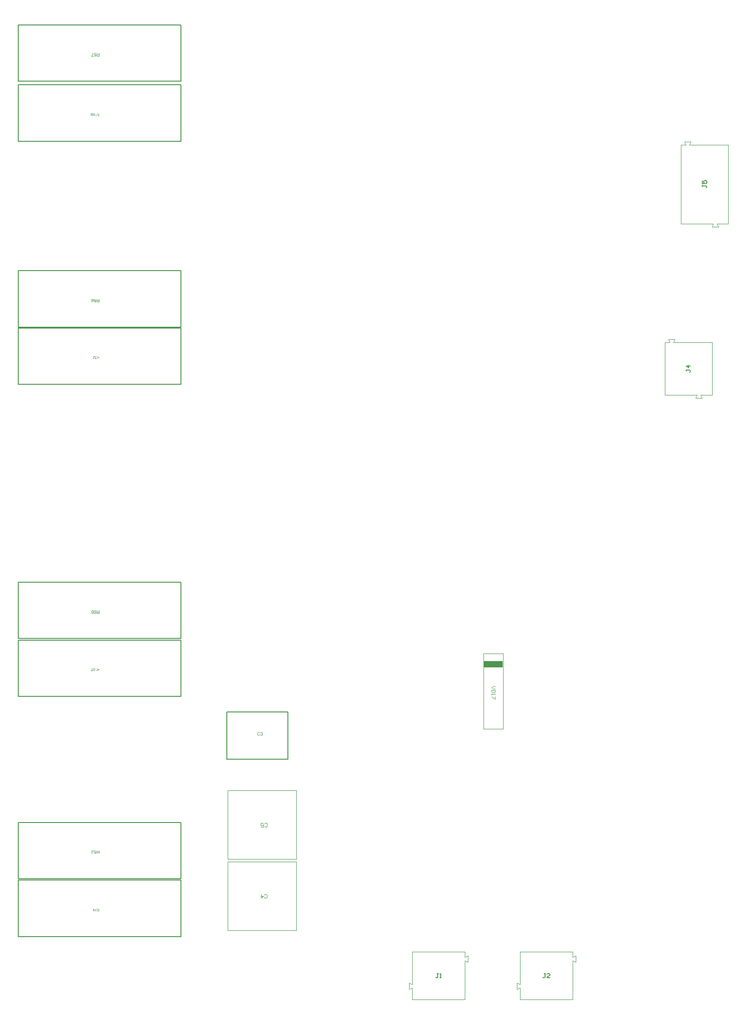
<source format=gbr>
%TF.GenerationSoftware,Altium Limited,Altium Designer,21.6.4 (81)*%
G04 Layer_Color=8388736*
%FSLAX43Y43*%
%MOMM*%
%TF.SameCoordinates,A962B9D3-E780-4B03-8A10-E236CC36F35F*%
%TF.FilePolarity,Positive*%
%TF.FileFunction,Other,Top_Assembly*%
%TF.Part,Single*%
G01*
G75*
%TA.AperFunction,NonConductor*%
%ADD139C,0.200*%
%ADD142C,0.150*%
%ADD185C,0.100*%
%ADD197R,3.675X1.300*%
G36*
X96095Y19774D02*
X96100D01*
X96106Y19774D01*
X96120Y19771D01*
X96135Y19767D01*
X96152Y19761D01*
X96168Y19753D01*
X96176Y19748D01*
X96183Y19742D01*
X96184Y19741D01*
X96185Y19740D01*
X96187Y19738D01*
X96189Y19736D01*
X96192Y19732D01*
X96196Y19728D01*
X96203Y19717D01*
X96211Y19704D01*
X96218Y19688D01*
X96224Y19669D01*
X96228Y19648D01*
X96168Y19643D01*
Y19643D01*
X96167Y19645D01*
Y19646D01*
X96166Y19649D01*
X96164Y19657D01*
X96161Y19666D01*
X96157Y19677D01*
X96152Y19687D01*
X96146Y19697D01*
X96139Y19705D01*
X96138Y19706D01*
X96135Y19708D01*
X96130Y19711D01*
X96124Y19714D01*
X96116Y19717D01*
X96106Y19720D01*
X96095Y19723D01*
X96084Y19723D01*
X96078D01*
X96073Y19723D01*
X96067Y19722D01*
X96058Y19720D01*
X96050Y19718D01*
X96041Y19715D01*
X96033Y19711D01*
X96033Y19710D01*
X96030Y19708D01*
X96025Y19706D01*
X96021Y19701D01*
X96015Y19696D01*
X96009Y19690D01*
X96003Y19683D01*
X95997Y19675D01*
X95996Y19674D01*
X95995Y19671D01*
X95992Y19666D01*
X95989Y19659D01*
X95985Y19650D01*
X95982Y19640D01*
X95978Y19628D01*
X95974Y19615D01*
Y19614D01*
X95973Y19613D01*
Y19611D01*
X95973Y19608D01*
X95971Y19601D01*
X95969Y19591D01*
X95968Y19579D01*
X95966Y19567D01*
X95965Y19553D01*
X95965Y19538D01*
Y19537D01*
Y19535D01*
Y19531D01*
Y19525D01*
X95965Y19527D01*
X95968Y19530D01*
X95973Y19536D01*
X95978Y19543D01*
X95985Y19550D01*
X95994Y19558D01*
X96004Y19567D01*
X96016Y19574D01*
X96018Y19575D01*
X96022Y19577D01*
X96029Y19580D01*
X96037Y19583D01*
X96048Y19587D01*
X96060Y19589D01*
X96073Y19592D01*
X96087Y19592D01*
X96093D01*
X96098Y19592D01*
X96104Y19591D01*
X96109Y19590D01*
X96117Y19589D01*
X96124Y19587D01*
X96141Y19581D01*
X96150Y19578D01*
X96159Y19573D01*
X96169Y19568D01*
X96177Y19561D01*
X96186Y19555D01*
X96194Y19547D01*
X96195Y19546D01*
X96197Y19544D01*
X96198Y19542D01*
X96201Y19538D01*
X96205Y19533D01*
X96208Y19528D01*
X96212Y19521D01*
X96216Y19514D01*
X96220Y19506D01*
X96224Y19497D01*
X96228Y19487D01*
X96231Y19476D01*
X96234Y19465D01*
X96236Y19452D01*
X96237Y19439D01*
X96238Y19425D01*
Y19425D01*
Y19422D01*
Y19418D01*
X96237Y19413D01*
X96237Y19406D01*
X96236Y19398D01*
X96234Y19390D01*
X96232Y19380D01*
X96227Y19361D01*
X96223Y19351D01*
X96219Y19340D01*
X96214Y19329D01*
X96207Y19320D01*
X96200Y19309D01*
X96192Y19300D01*
X96191Y19300D01*
X96190Y19298D01*
X96188Y19296D01*
X96184Y19293D01*
X96180Y19289D01*
X96174Y19285D01*
X96168Y19281D01*
X96160Y19276D01*
X96153Y19272D01*
X96144Y19268D01*
X96124Y19260D01*
X96114Y19257D01*
X96102Y19255D01*
X96090Y19253D01*
X96078Y19252D01*
X96072D01*
X96069Y19253D01*
X96065D01*
X96060Y19254D01*
X96047Y19256D01*
X96033Y19259D01*
X96018Y19264D01*
X96002Y19271D01*
X95987Y19280D01*
X95986D01*
X95985Y19281D01*
X95983Y19283D01*
X95980Y19285D01*
X95973Y19291D01*
X95963Y19299D01*
X95953Y19310D01*
X95942Y19323D01*
X95933Y19339D01*
X95924Y19357D01*
Y19357D01*
X95923Y19359D01*
X95922Y19362D01*
X95920Y19366D01*
X95919Y19371D01*
X95917Y19377D01*
X95915Y19385D01*
X95913Y19393D01*
X95911Y19402D01*
X95908Y19414D01*
X95907Y19425D01*
X95905Y19438D01*
X95904Y19452D01*
X95902Y19467D01*
X95902Y19483D01*
Y19500D01*
Y19501D01*
Y19504D01*
Y19510D01*
Y19516D01*
X95902Y19524D01*
Y19534D01*
X95903Y19545D01*
X95905Y19556D01*
X95907Y19581D01*
X95911Y19608D01*
X95916Y19633D01*
X95919Y19646D01*
X95923Y19657D01*
Y19657D01*
X95924Y19659D01*
X95925Y19662D01*
X95927Y19666D01*
X95929Y19671D01*
X95932Y19677D01*
X95939Y19689D01*
X95948Y19703D01*
X95959Y19718D01*
X95972Y19732D01*
X95987Y19745D01*
X95987D01*
X95989Y19746D01*
X95991Y19748D01*
X95994Y19749D01*
X95999Y19751D01*
X96003Y19754D01*
X96009Y19757D01*
X96015Y19759D01*
X96029Y19765D01*
X96046Y19771D01*
X96064Y19774D01*
X96085Y19775D01*
X96091D01*
X96095Y19774D01*
D02*
G37*
G36*
X97125Y19255D02*
X96888D01*
X96882Y19255D01*
X96875D01*
X96860Y19256D01*
X96843Y19258D01*
X96826Y19261D01*
X96809Y19264D01*
X96801Y19266D01*
X96795Y19269D01*
X96794D01*
X96793Y19269D01*
X96789Y19272D01*
X96782Y19275D01*
X96774Y19280D01*
X96765Y19286D01*
X96755Y19295D01*
X96747Y19306D01*
X96738Y19317D01*
Y19318D01*
X96737Y19319D01*
X96734Y19323D01*
X96731Y19331D01*
X96727Y19340D01*
X96723Y19351D01*
X96719Y19365D01*
X96717Y19379D01*
X96716Y19394D01*
Y19395D01*
Y19397D01*
Y19400D01*
X96717Y19403D01*
Y19408D01*
X96718Y19414D01*
X96721Y19426D01*
X96725Y19441D01*
X96731Y19456D01*
X96740Y19472D01*
X96746Y19479D01*
X96752Y19487D01*
X96752Y19487D01*
X96753Y19488D01*
X96755Y19490D01*
X96758Y19493D01*
X96762Y19496D01*
X96767Y19499D01*
X96772Y19502D01*
X96778Y19507D01*
X96786Y19510D01*
X96794Y19514D01*
X96803Y19519D01*
X96812Y19522D01*
X96823Y19525D01*
X96835Y19529D01*
X96847Y19531D01*
X96860Y19533D01*
X96859Y19534D01*
X96856Y19536D01*
X96852Y19538D01*
X96846Y19541D01*
X96832Y19550D01*
X96826Y19555D01*
X96820Y19559D01*
X96818Y19561D01*
X96815Y19564D01*
X96809Y19570D01*
X96801Y19578D01*
X96793Y19588D01*
X96784Y19599D01*
X96774Y19612D01*
X96764Y19627D01*
X96676Y19766D01*
X96760D01*
X96827Y19660D01*
Y19659D01*
X96829Y19657D01*
X96830Y19655D01*
X96832Y19652D01*
X96837Y19644D01*
X96844Y19634D01*
X96852Y19623D01*
X96860Y19611D01*
X96869Y19600D01*
X96876Y19589D01*
X96877Y19589D01*
X96879Y19586D01*
X96883Y19581D01*
X96888Y19576D01*
X96899Y19565D01*
X96905Y19560D01*
X96911Y19555D01*
X96911Y19555D01*
X96913Y19554D01*
X96916Y19553D01*
X96920Y19550D01*
X96925Y19548D01*
X96930Y19546D01*
X96942Y19542D01*
X96942D01*
X96944Y19541D01*
X96947D01*
X96951Y19541D01*
X96956Y19540D01*
X96962D01*
X96970Y19539D01*
X97057D01*
Y19766D01*
X97125D01*
Y19255D01*
D02*
G37*
G36*
X96645Y19765D02*
Y19762D01*
Y19758D01*
X96644Y19752D01*
X96643Y19745D01*
X96642Y19738D01*
X96640Y19731D01*
X96637Y19723D01*
Y19722D01*
X96636Y19721D01*
X96635Y19717D01*
X96632Y19710D01*
X96628Y19701D01*
X96622Y19691D01*
X96614Y19679D01*
X96606Y19667D01*
X96596Y19655D01*
Y19654D01*
X96594Y19653D01*
X96591Y19649D01*
X96584Y19642D01*
X96574Y19632D01*
X96563Y19621D01*
X96549Y19608D01*
X96532Y19593D01*
X96514Y19578D01*
X96513Y19577D01*
X96510Y19575D01*
X96506Y19571D01*
X96500Y19567D01*
X96494Y19561D01*
X96486Y19554D01*
X96478Y19547D01*
X96468Y19538D01*
X96449Y19521D01*
X96431Y19503D01*
X96422Y19494D01*
X96414Y19485D01*
X96407Y19477D01*
X96401Y19469D01*
Y19468D01*
X96399Y19468D01*
X96398Y19465D01*
X96396Y19462D01*
X96391Y19454D01*
X96385Y19445D01*
X96380Y19433D01*
X96375Y19420D01*
X96372Y19406D01*
X96370Y19393D01*
Y19392D01*
Y19391D01*
X96371Y19387D01*
X96372Y19380D01*
X96374Y19371D01*
X96377Y19361D01*
X96382Y19351D01*
X96389Y19340D01*
X96398Y19330D01*
X96399Y19329D01*
X96403Y19326D01*
X96408Y19322D01*
X96416Y19317D01*
X96427Y19312D01*
X96438Y19308D01*
X96452Y19305D01*
X96468Y19304D01*
X96472D01*
X96475Y19305D01*
X96484Y19306D01*
X96495Y19308D01*
X96506Y19311D01*
X96518Y19316D01*
X96530Y19323D01*
X96541Y19332D01*
X96543Y19333D01*
X96546Y19337D01*
X96550Y19343D01*
X96554Y19351D01*
X96560Y19362D01*
X96564Y19375D01*
X96567Y19390D01*
X96568Y19407D01*
X96633Y19400D01*
Y19400D01*
X96632Y19397D01*
Y19394D01*
X96631Y19388D01*
X96630Y19383D01*
X96628Y19376D01*
X96626Y19368D01*
X96624Y19360D01*
X96618Y19342D01*
X96609Y19324D01*
X96604Y19315D01*
X96597Y19306D01*
X96591Y19298D01*
X96583Y19291D01*
X96582Y19290D01*
X96581Y19289D01*
X96579Y19287D01*
X96575Y19285D01*
X96571Y19282D01*
X96565Y19279D01*
X96560Y19275D01*
X96552Y19272D01*
X96544Y19268D01*
X96535Y19264D01*
X96526Y19261D01*
X96515Y19258D01*
X96504Y19256D01*
X96492Y19254D01*
X96480Y19253D01*
X96466Y19252D01*
X96459D01*
X96454Y19253D01*
X96448Y19254D01*
X96441Y19255D01*
X96432Y19256D01*
X96424Y19258D01*
X96405Y19263D01*
X96386Y19270D01*
X96376Y19275D01*
X96367Y19280D01*
X96358Y19286D01*
X96350Y19294D01*
X96349Y19295D01*
X96347Y19295D01*
X96346Y19298D01*
X96343Y19301D01*
X96339Y19305D01*
X96336Y19310D01*
X96332Y19315D01*
X96327Y19322D01*
X96320Y19336D01*
X96313Y19354D01*
X96310Y19363D01*
X96308Y19373D01*
X96307Y19383D01*
X96306Y19394D01*
Y19396D01*
Y19400D01*
X96307Y19405D01*
X96308Y19414D01*
X96309Y19422D01*
X96312Y19433D01*
X96315Y19444D01*
X96319Y19455D01*
X96320Y19456D01*
X96322Y19460D01*
X96325Y19466D01*
X96329Y19474D01*
X96335Y19483D01*
X96342Y19494D01*
X96351Y19505D01*
X96361Y19518D01*
X96363Y19519D01*
X96367Y19524D01*
X96370Y19527D01*
X96374Y19531D01*
X96378Y19536D01*
X96384Y19541D01*
X96390Y19547D01*
X96398Y19554D01*
X96405Y19561D01*
X96414Y19570D01*
X96424Y19578D01*
X96434Y19587D01*
X96446Y19597D01*
X96458Y19607D01*
X96458Y19608D01*
X96460Y19609D01*
X96463Y19612D01*
X96466Y19615D01*
X96471Y19619D01*
X96476Y19623D01*
X96488Y19633D01*
X96500Y19644D01*
X96512Y19655D01*
X96523Y19665D01*
X96527Y19669D01*
X96531Y19672D01*
X96531Y19673D01*
X96534Y19675D01*
X96537Y19678D01*
X96540Y19683D01*
X96544Y19688D01*
X96548Y19693D01*
X96557Y19706D01*
X96305D01*
Y19766D01*
X96645D01*
Y19765D01*
D02*
G37*
G36*
X97125Y64855D02*
X96888D01*
X96882Y64855D01*
X96875D01*
X96860Y64856D01*
X96843Y64858D01*
X96826Y64861D01*
X96809Y64864D01*
X96801Y64866D01*
X96795Y64869D01*
X96794D01*
X96793Y64869D01*
X96789Y64872D01*
X96782Y64875D01*
X96774Y64880D01*
X96765Y64886D01*
X96755Y64895D01*
X96747Y64906D01*
X96738Y64917D01*
Y64918D01*
X96737Y64919D01*
X96734Y64923D01*
X96731Y64931D01*
X96727Y64940D01*
X96723Y64951D01*
X96719Y64965D01*
X96717Y64979D01*
X96716Y64994D01*
Y64995D01*
Y64997D01*
Y65000D01*
X96717Y65003D01*
Y65008D01*
X96718Y65014D01*
X96721Y65026D01*
X96725Y65041D01*
X96731Y65056D01*
X96740Y65072D01*
X96746Y65079D01*
X96752Y65087D01*
X96752Y65087D01*
X96753Y65088D01*
X96755Y65090D01*
X96758Y65093D01*
X96762Y65096D01*
X96767Y65099D01*
X96772Y65102D01*
X96778Y65107D01*
X96786Y65110D01*
X96794Y65114D01*
X96803Y65119D01*
X96812Y65122D01*
X96823Y65125D01*
X96835Y65129D01*
X96847Y65131D01*
X96860Y65133D01*
X96859Y65134D01*
X96856Y65136D01*
X96852Y65138D01*
X96846Y65141D01*
X96832Y65150D01*
X96826Y65155D01*
X96820Y65159D01*
X96818Y65161D01*
X96815Y65164D01*
X96809Y65170D01*
X96801Y65178D01*
X96793Y65188D01*
X96784Y65199D01*
X96774Y65212D01*
X96764Y65227D01*
X96676Y65366D01*
X96760D01*
X96827Y65260D01*
Y65259D01*
X96829Y65257D01*
X96830Y65255D01*
X96832Y65252D01*
X96837Y65244D01*
X96844Y65234D01*
X96852Y65223D01*
X96860Y65211D01*
X96869Y65200D01*
X96876Y65189D01*
X96877Y65189D01*
X96879Y65186D01*
X96883Y65181D01*
X96888Y65176D01*
X96899Y65165D01*
X96905Y65160D01*
X96911Y65155D01*
X96911Y65155D01*
X96913Y65154D01*
X96916Y65153D01*
X96920Y65150D01*
X96925Y65148D01*
X96930Y65146D01*
X96942Y65142D01*
X96942D01*
X96944Y65141D01*
X96947D01*
X96951Y65141D01*
X96956Y65140D01*
X96962D01*
X96970Y65139D01*
X97057D01*
Y65366D01*
X97125D01*
Y64855D01*
D02*
G37*
G36*
X95764Y65365D02*
Y65363D01*
Y65360D01*
X95764Y65356D01*
Y65350D01*
X95763Y65342D01*
X95762Y65334D01*
X95761Y65325D01*
X95760Y65315D01*
X95758Y65305D01*
X95756Y65292D01*
X95754Y65280D01*
X95752Y65266D01*
X95749Y65252D01*
X95741Y65221D01*
Y65221D01*
X95741Y65218D01*
X95739Y65213D01*
X95737Y65206D01*
X95735Y65199D01*
X95732Y65190D01*
X95729Y65180D01*
X95724Y65169D01*
X95720Y65156D01*
X95715Y65144D01*
X95704Y65116D01*
X95691Y65086D01*
X95676Y65056D01*
X95676Y65056D01*
X95674Y65053D01*
X95672Y65049D01*
X95669Y65043D01*
X95665Y65036D01*
X95660Y65028D01*
X95655Y65019D01*
X95649Y65010D01*
X95635Y64988D01*
X95620Y64966D01*
X95603Y64943D01*
X95585Y64922D01*
X95836D01*
Y64861D01*
X95505D01*
Y64911D01*
X95506Y64912D01*
X95507Y64913D01*
X95510Y64916D01*
X95513Y64920D01*
X95517Y64926D01*
X95523Y64932D01*
X95529Y64939D01*
X95536Y64948D01*
X95543Y64957D01*
X95551Y64967D01*
X95559Y64979D01*
X95567Y64991D01*
X95576Y65004D01*
X95585Y65018D01*
X95594Y65034D01*
X95602Y65049D01*
X95603Y65050D01*
X95605Y65053D01*
X95607Y65057D01*
X95611Y65064D01*
X95614Y65072D01*
X95619Y65081D01*
X95624Y65091D01*
X95629Y65103D01*
X95635Y65116D01*
X95642Y65130D01*
X95647Y65144D01*
X95653Y65160D01*
X95665Y65192D01*
X95676Y65226D01*
Y65226D01*
X95677Y65229D01*
X95678Y65232D01*
X95679Y65237D01*
X95681Y65243D01*
X95682Y65250D01*
X95684Y65258D01*
X95686Y65267D01*
X95688Y65277D01*
X95690Y65289D01*
X95694Y65312D01*
X95698Y65338D01*
X95700Y65366D01*
X95764D01*
Y65365D01*
D02*
G37*
G36*
X96462Y64966D02*
X96463Y64967D01*
X96466Y64970D01*
X96471Y64974D01*
X96478Y64980D01*
X96486Y64986D01*
X96497Y64994D01*
X96509Y65002D01*
X96522Y65010D01*
X96523D01*
X96523Y65011D01*
X96528Y65014D01*
X96535Y65017D01*
X96544Y65022D01*
X96554Y65027D01*
X96565Y65032D01*
X96577Y65037D01*
X96588Y65042D01*
Y64981D01*
X96587D01*
X96585Y64980D01*
X96582Y64979D01*
X96579Y64977D01*
X96574Y64974D01*
X96569Y64971D01*
X96557Y64964D01*
X96542Y64956D01*
X96527Y64946D01*
X96512Y64934D01*
X96496Y64921D01*
X96495Y64920D01*
X96495Y64920D01*
X96492Y64917D01*
X96489Y64915D01*
X96483Y64908D01*
X96474Y64899D01*
X96465Y64889D01*
X96455Y64877D01*
X96447Y64865D01*
X96440Y64852D01*
X96399D01*
Y65366D01*
X96462D01*
Y64966D01*
D02*
G37*
G36*
X96084Y65374D02*
X96089Y65374D01*
X96097Y65372D01*
X96105Y65371D01*
X96114Y65368D01*
X96123Y65365D01*
X96132Y65362D01*
X96142Y65358D01*
X96152Y65353D01*
X96161Y65347D01*
X96171Y65340D01*
X96180Y65331D01*
X96188Y65323D01*
X96189Y65322D01*
X96190Y65320D01*
X96192Y65316D01*
X96196Y65310D01*
X96200Y65303D01*
X96203Y65294D01*
X96208Y65284D01*
X96213Y65272D01*
X96217Y65259D01*
X96222Y65243D01*
X96226Y65226D01*
X96230Y65207D01*
X96234Y65187D01*
X96236Y65164D01*
X96237Y65140D01*
X96238Y65114D01*
Y65113D01*
Y65110D01*
Y65105D01*
Y65099D01*
X96237Y65091D01*
Y65082D01*
X96237Y65073D01*
X96236Y65062D01*
X96234Y65039D01*
X96230Y65014D01*
X96225Y64990D01*
X96223Y64979D01*
X96220Y64968D01*
Y64967D01*
X96219Y64966D01*
X96217Y64963D01*
X96216Y64959D01*
X96214Y64954D01*
X96211Y64949D01*
X96206Y64936D01*
X96198Y64923D01*
X96189Y64909D01*
X96177Y64895D01*
X96164Y64883D01*
X96163D01*
X96163Y64881D01*
X96160Y64880D01*
X96157Y64878D01*
X96154Y64875D01*
X96149Y64873D01*
X96138Y64867D01*
X96125Y64862D01*
X96109Y64857D01*
X96091Y64854D01*
X96071Y64852D01*
X96064D01*
X96056Y64853D01*
X96047Y64855D01*
X96036Y64857D01*
X96024Y64860D01*
X96011Y64864D01*
X95999Y64869D01*
X95999D01*
X95998Y64870D01*
X95994Y64872D01*
X95988Y64876D01*
X95981Y64881D01*
X95973Y64889D01*
X95964Y64897D01*
X95956Y64906D01*
X95948Y64917D01*
X95947Y64919D01*
X95944Y64923D01*
X95941Y64929D01*
X95936Y64939D01*
X95931Y64950D01*
X95925Y64963D01*
X95920Y64977D01*
X95916Y64994D01*
Y64994D01*
X95915Y64996D01*
X95914Y64998D01*
X95914Y65002D01*
X95913Y65006D01*
X95912Y65011D01*
X95911Y65018D01*
X95910Y65025D01*
X95908Y65034D01*
X95908Y65042D01*
X95907Y65053D01*
X95905Y65063D01*
X95905Y65075D01*
Y65087D01*
X95904Y65100D01*
Y65114D01*
Y65115D01*
Y65118D01*
Y65123D01*
Y65129D01*
X95905Y65137D01*
Y65146D01*
X95905Y65155D01*
X95906Y65166D01*
X95908Y65189D01*
X95912Y65214D01*
X95917Y65238D01*
X95919Y65249D01*
X95923Y65260D01*
Y65260D01*
X95924Y65262D01*
X95925Y65265D01*
X95927Y65269D01*
X95928Y65274D01*
X95931Y65279D01*
X95937Y65291D01*
X95945Y65305D01*
X95954Y65320D01*
X95965Y65333D01*
X95979Y65345D01*
X95979D01*
X95980Y65347D01*
X95982Y65348D01*
X95985Y65350D01*
X95989Y65352D01*
X95993Y65355D01*
X96004Y65360D01*
X96017Y65365D01*
X96033Y65371D01*
X96051Y65374D01*
X96071Y65375D01*
X96078D01*
X96084Y65374D01*
D02*
G37*
G36*
X97125Y75724D02*
X96828D01*
X96821Y75725D01*
X96813D01*
X96793Y75726D01*
X96773Y75729D01*
X96751Y75732D01*
X96730Y75736D01*
X96720Y75739D01*
X96712Y75742D01*
X96711D01*
X96710Y75743D01*
X96704Y75745D01*
X96696Y75749D01*
X96686Y75756D01*
X96675Y75764D01*
X96663Y75775D01*
X96652Y75788D01*
X96641Y75803D01*
Y75804D01*
X96640Y75805D01*
X96636Y75810D01*
X96632Y75819D01*
X96627Y75831D01*
X96622Y75845D01*
X96617Y75862D01*
X96615Y75879D01*
X96614Y75899D01*
Y75900D01*
Y75902D01*
Y75905D01*
X96615Y75910D01*
Y75916D01*
X96616Y75923D01*
X96619Y75939D01*
X96625Y75957D01*
X96632Y75977D01*
X96643Y75996D01*
X96651Y76005D01*
X96658Y76014D01*
X96659Y76015D01*
X96660Y76016D01*
X96663Y76019D01*
X96666Y76022D01*
X96671Y76026D01*
X96677Y76029D01*
X96684Y76034D01*
X96691Y76039D01*
X96701Y76044D01*
X96711Y76049D01*
X96722Y76054D01*
X96734Y76059D01*
X96748Y76063D01*
X96762Y76067D01*
X96777Y76070D01*
X96794Y76073D01*
X96792Y76074D01*
X96788Y76075D01*
X96783Y76079D01*
X96776Y76083D01*
X96759Y76093D01*
X96751Y76099D01*
X96743Y76105D01*
X96741Y76107D01*
X96737Y76112D01*
X96729Y76119D01*
X96720Y76128D01*
X96710Y76141D01*
X96698Y76155D01*
X96686Y76172D01*
X96673Y76190D01*
X96563Y76364D01*
X96668D01*
X96752Y76231D01*
Y76230D01*
X96754Y76228D01*
X96756Y76225D01*
X96759Y76222D01*
X96765Y76211D01*
X96774Y76198D01*
X96784Y76185D01*
X96794Y76170D01*
X96804Y76156D01*
X96813Y76143D01*
X96814Y76142D01*
X96817Y76138D01*
X96822Y76133D01*
X96828Y76126D01*
X96842Y76112D01*
X96849Y76106D01*
X96857Y76100D01*
X96858Y76099D01*
X96860Y76099D01*
X96863Y76097D01*
X96869Y76094D01*
X96874Y76091D01*
X96881Y76088D01*
X96896Y76084D01*
X96897D01*
X96898Y76083D01*
X96902D01*
X96907Y76082D01*
X96913Y76081D01*
X96921D01*
X96931Y76080D01*
X97040D01*
Y76364D01*
X97125D01*
Y75724D01*
D02*
G37*
G36*
X96304Y76374D02*
X96311D01*
X96320Y76373D01*
X96329Y76371D01*
X96340Y76369D01*
X96351Y76366D01*
X96364Y76362D01*
X96377Y76357D01*
X96390Y76352D01*
X96404Y76344D01*
X96417Y76336D01*
X96430Y76327D01*
X96443Y76316D01*
X96455Y76303D01*
X96456Y76302D01*
X96457Y76299D01*
X96460Y76296D01*
X96464Y76289D01*
X96469Y76281D01*
X96474Y76271D01*
X96480Y76259D01*
X96485Y76246D01*
X96492Y76231D01*
X96497Y76213D01*
X96502Y76194D01*
X96506Y76173D01*
X96511Y76148D01*
X96514Y76123D01*
X96516Y76095D01*
X96517Y76065D01*
Y76064D01*
Y76063D01*
Y76061D01*
Y76057D01*
X96516Y76048D01*
Y76035D01*
X96515Y76020D01*
X96513Y76002D01*
X96511Y75983D01*
X96508Y75962D01*
X96505Y75940D01*
X96500Y75917D01*
X96494Y75895D01*
X96488Y75873D01*
X96480Y75852D01*
X96470Y75831D01*
X96460Y75812D01*
X96448Y75795D01*
X96447Y75794D01*
X96445Y75793D01*
X96442Y75789D01*
X96437Y75783D01*
X96432Y75778D01*
X96424Y75772D01*
X96415Y75765D01*
X96406Y75758D01*
X96395Y75752D01*
X96383Y75744D01*
X96369Y75739D01*
X96355Y75732D01*
X96339Y75728D01*
X96322Y75724D01*
X96305Y75722D01*
X96286Y75721D01*
X96279D01*
X96273Y75722D01*
X96267D01*
X96260Y75723D01*
X96242Y75727D01*
X96223Y75732D01*
X96202Y75739D01*
X96182Y75750D01*
X96172Y75756D01*
X96163Y75764D01*
X96162Y75765D01*
X96161Y75766D01*
X96158Y75769D01*
X96155Y75771D01*
X96151Y75776D01*
X96147Y75781D01*
X96137Y75794D01*
X96126Y75811D01*
X96117Y75831D01*
X96109Y75854D01*
X96103Y75880D01*
X96182Y75887D01*
Y75886D01*
X96183Y75885D01*
X96184Y75879D01*
X96187Y75871D01*
X96190Y75861D01*
X96194Y75850D01*
X96200Y75839D01*
X96206Y75829D01*
X96212Y75820D01*
X96214Y75818D01*
X96218Y75815D01*
X96224Y75809D01*
X96234Y75803D01*
X96246Y75797D01*
X96259Y75792D01*
X96274Y75788D01*
X96291Y75786D01*
X96298D01*
X96305Y75787D01*
X96313Y75789D01*
X96324Y75792D01*
X96335Y75795D01*
X96347Y75800D01*
X96358Y75807D01*
X96359Y75808D01*
X96364Y75812D01*
X96371Y75818D01*
X96379Y75828D01*
X96388Y75839D01*
X96398Y75852D01*
X96408Y75868D01*
X96417Y75887D01*
Y75888D01*
X96418Y75890D01*
X96419Y75892D01*
X96421Y75896D01*
X96421Y75902D01*
X96423Y75908D01*
X96425Y75915D01*
X96427Y75925D01*
X96430Y75935D01*
X96432Y75946D01*
X96433Y75958D01*
X96434Y75971D01*
X96436Y75986D01*
X96437Y76001D01*
X96438Y76017D01*
Y76034D01*
X96437Y76033D01*
X96433Y76027D01*
X96427Y76020D01*
X96419Y76011D01*
X96409Y76000D01*
X96397Y75989D01*
X96384Y75979D01*
X96370Y75970D01*
X96369D01*
X96368Y75969D01*
X96362Y75966D01*
X96354Y75964D01*
X96343Y75959D01*
X96330Y75955D01*
X96315Y75952D01*
X96299Y75950D01*
X96283Y75949D01*
X96275D01*
X96270Y75950D01*
X96262Y75951D01*
X96255Y75952D01*
X96246Y75953D01*
X96237Y75956D01*
X96215Y75963D01*
X96204Y75967D01*
X96193Y75974D01*
X96182Y75980D01*
X96170Y75988D01*
X96159Y75997D01*
X96149Y76007D01*
X96148Y76008D01*
X96146Y76010D01*
X96143Y76013D01*
X96140Y76017D01*
X96136Y76024D01*
X96131Y76030D01*
X96126Y76038D01*
X96121Y76048D01*
X96115Y76058D01*
X96111Y76069D01*
X96106Y76082D01*
X96102Y76095D01*
X96099Y76109D01*
X96096Y76124D01*
X96094Y76140D01*
X96093Y76157D01*
Y76158D01*
Y76160D01*
Y76162D01*
Y76167D01*
X96094Y76173D01*
Y76178D01*
X96097Y76193D01*
X96100Y76210D01*
X96104Y76229D01*
X96111Y76249D01*
X96120Y76269D01*
Y76270D01*
X96121Y76271D01*
X96123Y76273D01*
X96125Y76277D01*
X96130Y76286D01*
X96139Y76298D01*
X96149Y76311D01*
X96161Y76324D01*
X96175Y76337D01*
X96191Y76348D01*
X96192D01*
X96193Y76349D01*
X96196Y76351D01*
X96200Y76352D01*
X96209Y76357D01*
X96221Y76361D01*
X96237Y76367D01*
X96254Y76370D01*
X96273Y76374D01*
X96295Y76375D01*
X96299D01*
X96304Y76374D01*
D02*
G37*
G36*
X95807D02*
X95814D01*
X95822Y76373D01*
X95832Y76371D01*
X95843Y76369D01*
X95854Y76366D01*
X95867Y76362D01*
X95880Y76357D01*
X95893Y76352D01*
X95906Y76344D01*
X95919Y76336D01*
X95932Y76327D01*
X95945Y76316D01*
X95957Y76303D01*
X95958Y76302D01*
X95960Y76299D01*
X95963Y76296D01*
X95967Y76289D01*
X95972Y76281D01*
X95977Y76271D01*
X95982Y76259D01*
X95988Y76246D01*
X95994Y76231D01*
X96000Y76213D01*
X96004Y76194D01*
X96009Y76173D01*
X96014Y76148D01*
X96016Y76123D01*
X96018Y76095D01*
X96019Y76065D01*
Y76064D01*
Y76063D01*
Y76061D01*
Y76057D01*
X96018Y76048D01*
Y76035D01*
X96017Y76020D01*
X96016Y76002D01*
X96014Y75983D01*
X96011Y75962D01*
X96007Y75940D01*
X96003Y75917D01*
X95997Y75895D01*
X95991Y75873D01*
X95982Y75852D01*
X95973Y75831D01*
X95963Y75812D01*
X95951Y75795D01*
X95950Y75794D01*
X95948Y75793D01*
X95944Y75789D01*
X95940Y75783D01*
X95934Y75778D01*
X95927Y75772D01*
X95918Y75765D01*
X95908Y75758D01*
X95897Y75752D01*
X95885Y75744D01*
X95871Y75739D01*
X95857Y75732D01*
X95842Y75728D01*
X95825Y75724D01*
X95808Y75722D01*
X95789Y75721D01*
X95782D01*
X95776Y75722D01*
X95770D01*
X95762Y75723D01*
X95745Y75727D01*
X95725Y75732D01*
X95705Y75739D01*
X95685Y75750D01*
X95674Y75756D01*
X95665Y75764D01*
X95664Y75765D01*
X95663Y75766D01*
X95661Y75769D01*
X95658Y75771D01*
X95653Y75776D01*
X95649Y75781D01*
X95639Y75794D01*
X95629Y75811D01*
X95620Y75831D01*
X95612Y75854D01*
X95606Y75880D01*
X95685Y75887D01*
Y75886D01*
X95685Y75885D01*
X95686Y75879D01*
X95689Y75871D01*
X95693Y75861D01*
X95697Y75850D01*
X95702Y75839D01*
X95709Y75829D01*
X95715Y75820D01*
X95717Y75818D01*
X95721Y75815D01*
X95727Y75809D01*
X95736Y75803D01*
X95748Y75797D01*
X95761Y75792D01*
X95777Y75788D01*
X95794Y75786D01*
X95800D01*
X95808Y75787D01*
X95816Y75789D01*
X95827Y75792D01*
X95838Y75795D01*
X95849Y75800D01*
X95860Y75807D01*
X95862Y75808D01*
X95867Y75812D01*
X95873Y75818D01*
X95881Y75828D01*
X95891Y75839D01*
X95901Y75852D01*
X95910Y75868D01*
X95919Y75887D01*
Y75888D01*
X95920Y75890D01*
X95921Y75892D01*
X95923Y75896D01*
X95924Y75902D01*
X95926Y75908D01*
X95928Y75915D01*
X95930Y75925D01*
X95932Y75935D01*
X95934Y75946D01*
X95936Y75958D01*
X95937Y75971D01*
X95939Y75986D01*
X95940Y76001D01*
X95941Y76017D01*
Y76034D01*
X95940Y76033D01*
X95936Y76027D01*
X95930Y76020D01*
X95921Y76011D01*
X95912Y76000D01*
X95900Y75989D01*
X95887Y75979D01*
X95872Y75970D01*
X95871D01*
X95870Y75969D01*
X95865Y75966D01*
X95857Y75964D01*
X95845Y75959D01*
X95832Y75955D01*
X95818Y75952D01*
X95802Y75950D01*
X95785Y75949D01*
X95778D01*
X95772Y75950D01*
X95765Y75951D01*
X95758Y75952D01*
X95748Y75953D01*
X95739Y75956D01*
X95718Y75963D01*
X95707Y75967D01*
X95696Y75974D01*
X95685Y75980D01*
X95673Y75988D01*
X95661Y75997D01*
X95651Y76007D01*
X95650Y76008D01*
X95648Y76010D01*
X95646Y76013D01*
X95643Y76017D01*
X95638Y76024D01*
X95634Y76030D01*
X95629Y76038D01*
X95624Y76048D01*
X95618Y76058D01*
X95613Y76069D01*
X95609Y76082D01*
X95604Y76095D01*
X95601Y76109D01*
X95599Y76124D01*
X95597Y76140D01*
X95596Y76157D01*
Y76158D01*
Y76160D01*
Y76162D01*
Y76167D01*
X95597Y76173D01*
Y76178D01*
X95599Y76193D01*
X95602Y76210D01*
X95607Y76229D01*
X95613Y76249D01*
X95623Y76269D01*
Y76270D01*
X95624Y76271D01*
X95625Y76273D01*
X95627Y76277D01*
X95633Y76286D01*
X95641Y76298D01*
X95651Y76311D01*
X95663Y76324D01*
X95678Y76337D01*
X95694Y76348D01*
X95695D01*
X95696Y76349D01*
X95698Y76351D01*
X95702Y76352D01*
X95711Y76357D01*
X95723Y76361D01*
X95739Y76367D01*
X95757Y76370D01*
X95776Y76374D01*
X95797Y76375D01*
X95802D01*
X95807Y76374D01*
D02*
G37*
G36*
X95826Y30774D02*
X95833Y30773D01*
X95842Y30772D01*
X95851Y30770D01*
X95861Y30769D01*
X95883Y30763D01*
X95906Y30754D01*
X95918Y30748D01*
X95930Y30742D01*
X95941Y30733D01*
X95952Y30725D01*
X95953Y30724D01*
X95955Y30722D01*
X95957Y30720D01*
X95960Y30716D01*
X95965Y30711D01*
X95969Y30705D01*
X95975Y30698D01*
X95980Y30690D01*
X95986Y30681D01*
X95992Y30671D01*
X96002Y30649D01*
X96010Y30623D01*
X96013Y30610D01*
X96015Y30595D01*
X95936Y30585D01*
Y30585D01*
X95935Y30587D01*
X95934Y30591D01*
X95933Y30596D01*
X95932Y30601D01*
X95930Y30608D01*
X95926Y30622D01*
X95919Y30638D01*
X95911Y30654D01*
X95902Y30669D01*
X95891Y30682D01*
X95889Y30683D01*
X95885Y30686D01*
X95878Y30691D01*
X95869Y30695D01*
X95857Y30701D01*
X95844Y30706D01*
X95828Y30709D01*
X95811Y30710D01*
X95806D01*
X95802Y30709D01*
X95792Y30708D01*
X95779Y30706D01*
X95764Y30701D01*
X95748Y30695D01*
X95733Y30685D01*
X95718Y30672D01*
X95716Y30671D01*
X95711Y30665D01*
X95706Y30657D01*
X95698Y30646D01*
X95691Y30632D01*
X95685Y30616D01*
X95681Y30597D01*
X95679Y30577D01*
Y30576D01*
Y30574D01*
Y30572D01*
X95680Y30568D01*
X95681Y30558D01*
X95684Y30546D01*
X95687Y30531D01*
X95694Y30516D01*
X95703Y30501D01*
X95715Y30487D01*
X95717Y30486D01*
X95722Y30482D01*
X95729Y30476D01*
X95739Y30470D01*
X95752Y30463D01*
X95768Y30458D01*
X95785Y30454D01*
X95805Y30452D01*
X95813D01*
X95820Y30453D01*
X95828Y30454D01*
X95837Y30456D01*
X95848Y30458D01*
X95860Y30461D01*
X95851Y30391D01*
X95846D01*
X95843Y30392D01*
X95831D01*
X95820Y30390D01*
X95808Y30389D01*
X95795Y30386D01*
X95779Y30381D01*
X95764Y30375D01*
X95748Y30366D01*
X95747D01*
X95746Y30365D01*
X95742Y30362D01*
X95735Y30355D01*
X95728Y30347D01*
X95721Y30335D01*
X95714Y30321D01*
X95710Y30305D01*
X95708Y30296D01*
Y30286D01*
Y30285D01*
Y30284D01*
Y30279D01*
X95710Y30271D01*
X95711Y30261D01*
X95715Y30250D01*
X95720Y30238D01*
X95727Y30226D01*
X95737Y30215D01*
X95738Y30214D01*
X95743Y30210D01*
X95749Y30205D01*
X95758Y30200D01*
X95769Y30195D01*
X95782Y30191D01*
X95796Y30187D01*
X95813Y30186D01*
X95820D01*
X95829Y30188D01*
X95840Y30190D01*
X95852Y30193D01*
X95864Y30198D01*
X95877Y30205D01*
X95889Y30215D01*
X95890Y30216D01*
X95894Y30220D01*
X95899Y30227D01*
X95906Y30236D01*
X95912Y30248D01*
X95918Y30263D01*
X95924Y30280D01*
X95928Y30301D01*
X96006Y30287D01*
Y30286D01*
X96005Y30283D01*
X96004Y30279D01*
X96004Y30274D01*
X96002Y30267D01*
X95999Y30260D01*
X95993Y30242D01*
X95984Y30222D01*
X95973Y30202D01*
X95959Y30182D01*
X95942Y30165D01*
X95941Y30164D01*
X95939Y30163D01*
X95936Y30161D01*
X95932Y30158D01*
X95928Y30155D01*
X95921Y30151D01*
X95915Y30147D01*
X95906Y30143D01*
X95888Y30135D01*
X95867Y30128D01*
X95842Y30123D01*
X95829Y30121D01*
X95806D01*
X95796Y30122D01*
X95783Y30124D01*
X95769Y30127D01*
X95752Y30132D01*
X95735Y30137D01*
X95719Y30144D01*
X95718D01*
X95717Y30145D01*
X95711Y30148D01*
X95703Y30154D01*
X95694Y30160D01*
X95683Y30169D01*
X95672Y30180D01*
X95661Y30192D01*
X95651Y30205D01*
X95650Y30207D01*
X95648Y30212D01*
X95644Y30220D01*
X95639Y30230D01*
X95635Y30242D01*
X95631Y30256D01*
X95628Y30272D01*
X95627Y30288D01*
Y30290D01*
Y30295D01*
X95628Y30303D01*
X95630Y30313D01*
X95633Y30325D01*
X95637Y30338D01*
X95643Y30351D01*
X95650Y30364D01*
X95651Y30365D01*
X95654Y30369D01*
X95660Y30376D01*
X95667Y30383D01*
X95676Y30391D01*
X95687Y30401D01*
X95700Y30409D01*
X95716Y30417D01*
X95715D01*
X95713Y30418D01*
X95710Y30419D01*
X95707Y30420D01*
X95697Y30424D01*
X95684Y30429D01*
X95669Y30437D01*
X95654Y30446D01*
X95640Y30458D01*
X95627Y30472D01*
X95626Y30474D01*
X95623Y30479D01*
X95617Y30488D01*
X95612Y30500D01*
X95606Y30515D01*
X95600Y30533D01*
X95597Y30553D01*
X95596Y30575D01*
Y30576D01*
Y30579D01*
Y30584D01*
X95597Y30589D01*
X95598Y30597D01*
X95599Y30605D01*
X95601Y30614D01*
X95603Y30624D01*
X95611Y30646D01*
X95616Y30659D01*
X95622Y30670D01*
X95629Y30682D01*
X95637Y30694D01*
X95647Y30706D01*
X95658Y30717D01*
X95659Y30718D01*
X95661Y30720D01*
X95664Y30722D01*
X95669Y30726D01*
X95674Y30731D01*
X95682Y30735D01*
X95690Y30741D01*
X95700Y30745D01*
X95710Y30751D01*
X95722Y30757D01*
X95734Y30761D01*
X95748Y30766D01*
X95763Y30769D01*
X95779Y30772D01*
X95795Y30774D01*
X95812Y30775D01*
X95820D01*
X95826Y30774D01*
D02*
G37*
G36*
X97125Y30124D02*
X96828D01*
X96821Y30125D01*
X96813D01*
X96793Y30126D01*
X96773Y30129D01*
X96751Y30132D01*
X96730Y30136D01*
X96720Y30139D01*
X96712Y30142D01*
X96711D01*
X96710Y30143D01*
X96704Y30145D01*
X96696Y30149D01*
X96686Y30156D01*
X96675Y30164D01*
X96663Y30175D01*
X96652Y30188D01*
X96641Y30203D01*
Y30204D01*
X96640Y30205D01*
X96636Y30210D01*
X96632Y30219D01*
X96627Y30231D01*
X96622Y30245D01*
X96617Y30262D01*
X96615Y30279D01*
X96614Y30299D01*
Y30300D01*
Y30302D01*
Y30305D01*
X96615Y30310D01*
Y30316D01*
X96616Y30323D01*
X96619Y30339D01*
X96625Y30357D01*
X96632Y30377D01*
X96643Y30396D01*
X96651Y30405D01*
X96658Y30414D01*
X96659Y30415D01*
X96660Y30416D01*
X96663Y30419D01*
X96666Y30422D01*
X96671Y30426D01*
X96677Y30429D01*
X96684Y30434D01*
X96691Y30439D01*
X96701Y30444D01*
X96711Y30449D01*
X96722Y30454D01*
X96734Y30459D01*
X96748Y30463D01*
X96762Y30467D01*
X96777Y30470D01*
X96794Y30473D01*
X96792Y30474D01*
X96788Y30475D01*
X96783Y30479D01*
X96776Y30483D01*
X96759Y30493D01*
X96751Y30499D01*
X96743Y30505D01*
X96741Y30507D01*
X96737Y30512D01*
X96729Y30519D01*
X96720Y30528D01*
X96710Y30541D01*
X96698Y30555D01*
X96686Y30572D01*
X96673Y30590D01*
X96563Y30764D01*
X96668D01*
X96752Y30631D01*
Y30630D01*
X96754Y30628D01*
X96756Y30625D01*
X96759Y30622D01*
X96765Y30611D01*
X96774Y30598D01*
X96784Y30585D01*
X96794Y30570D01*
X96804Y30556D01*
X96813Y30543D01*
X96814Y30542D01*
X96817Y30538D01*
X96822Y30533D01*
X96828Y30526D01*
X96842Y30512D01*
X96849Y30506D01*
X96857Y30500D01*
X96858Y30499D01*
X96860Y30499D01*
X96863Y30497D01*
X96869Y30494D01*
X96874Y30491D01*
X96881Y30488D01*
X96896Y30484D01*
X96897D01*
X96898Y30483D01*
X96902D01*
X96907Y30482D01*
X96913Y30481D01*
X96921D01*
X96931Y30480D01*
X97040D01*
Y30764D01*
X97125D01*
Y30124D01*
D02*
G37*
G36*
X96304Y30774D02*
X96311D01*
X96320Y30773D01*
X96329Y30771D01*
X96340Y30769D01*
X96351Y30766D01*
X96364Y30762D01*
X96377Y30757D01*
X96390Y30752D01*
X96404Y30744D01*
X96417Y30736D01*
X96430Y30727D01*
X96443Y30716D01*
X96455Y30703D01*
X96456Y30702D01*
X96457Y30699D01*
X96460Y30695D01*
X96464Y30689D01*
X96469Y30681D01*
X96474Y30671D01*
X96480Y30659D01*
X96485Y30646D01*
X96492Y30631D01*
X96497Y30613D01*
X96502Y30594D01*
X96506Y30573D01*
X96511Y30548D01*
X96514Y30523D01*
X96516Y30495D01*
X96517Y30465D01*
Y30464D01*
Y30463D01*
Y30461D01*
Y30457D01*
X96516Y30448D01*
Y30435D01*
X96515Y30420D01*
X96513Y30402D01*
X96511Y30383D01*
X96508Y30362D01*
X96505Y30340D01*
X96500Y30317D01*
X96494Y30295D01*
X96488Y30273D01*
X96480Y30252D01*
X96470Y30231D01*
X96460Y30212D01*
X96448Y30195D01*
X96447Y30194D01*
X96445Y30193D01*
X96442Y30189D01*
X96437Y30183D01*
X96432Y30178D01*
X96424Y30172D01*
X96415Y30165D01*
X96406Y30158D01*
X96395Y30152D01*
X96383Y30144D01*
X96369Y30139D01*
X96355Y30132D01*
X96339Y30128D01*
X96322Y30124D01*
X96305Y30122D01*
X96286Y30121D01*
X96279D01*
X96273Y30122D01*
X96267D01*
X96260Y30123D01*
X96242Y30127D01*
X96223Y30132D01*
X96202Y30139D01*
X96182Y30150D01*
X96172Y30156D01*
X96163Y30164D01*
X96162Y30165D01*
X96161Y30166D01*
X96158Y30169D01*
X96155Y30171D01*
X96151Y30176D01*
X96147Y30181D01*
X96137Y30194D01*
X96126Y30211D01*
X96117Y30231D01*
X96109Y30254D01*
X96103Y30280D01*
X96182Y30287D01*
Y30286D01*
X96183Y30285D01*
X96184Y30279D01*
X96187Y30271D01*
X96190Y30261D01*
X96194Y30250D01*
X96200Y30239D01*
X96206Y30229D01*
X96212Y30220D01*
X96214Y30218D01*
X96218Y30215D01*
X96224Y30209D01*
X96234Y30203D01*
X96246Y30197D01*
X96259Y30192D01*
X96274Y30188D01*
X96291Y30186D01*
X96298D01*
X96305Y30187D01*
X96313Y30189D01*
X96324Y30192D01*
X96335Y30195D01*
X96347Y30200D01*
X96358Y30207D01*
X96359Y30208D01*
X96364Y30212D01*
X96371Y30218D01*
X96379Y30228D01*
X96388Y30239D01*
X96398Y30252D01*
X96408Y30268D01*
X96417Y30287D01*
Y30288D01*
X96418Y30290D01*
X96419Y30292D01*
X96421Y30296D01*
X96421Y30302D01*
X96423Y30308D01*
X96425Y30316D01*
X96427Y30325D01*
X96430Y30335D01*
X96432Y30346D01*
X96433Y30358D01*
X96434Y30371D01*
X96436Y30386D01*
X96437Y30401D01*
X96438Y30417D01*
Y30434D01*
X96437Y30433D01*
X96433Y30427D01*
X96427Y30420D01*
X96419Y30411D01*
X96409Y30400D01*
X96397Y30389D01*
X96384Y30379D01*
X96370Y30370D01*
X96369D01*
X96368Y30369D01*
X96362Y30366D01*
X96354Y30364D01*
X96343Y30359D01*
X96330Y30355D01*
X96315Y30352D01*
X96299Y30350D01*
X96283Y30349D01*
X96275D01*
X96270Y30350D01*
X96262Y30351D01*
X96255Y30352D01*
X96246Y30353D01*
X96237Y30356D01*
X96215Y30363D01*
X96204Y30367D01*
X96193Y30374D01*
X96182Y30380D01*
X96170Y30388D01*
X96159Y30397D01*
X96149Y30407D01*
X96148Y30408D01*
X96146Y30410D01*
X96143Y30413D01*
X96140Y30417D01*
X96136Y30424D01*
X96131Y30430D01*
X96126Y30438D01*
X96121Y30448D01*
X96115Y30458D01*
X96111Y30469D01*
X96106Y30482D01*
X96102Y30495D01*
X96099Y30509D01*
X96096Y30524D01*
X96094Y30540D01*
X96093Y30557D01*
Y30558D01*
Y30560D01*
Y30562D01*
Y30567D01*
X96094Y30573D01*
Y30578D01*
X96097Y30593D01*
X96100Y30610D01*
X96104Y30629D01*
X96111Y30649D01*
X96120Y30669D01*
Y30670D01*
X96121Y30671D01*
X96123Y30673D01*
X96125Y30677D01*
X96130Y30686D01*
X96139Y30698D01*
X96149Y30711D01*
X96161Y30724D01*
X96175Y30737D01*
X96191Y30748D01*
X96192D01*
X96193Y30749D01*
X96196Y30751D01*
X96200Y30752D01*
X96209Y30757D01*
X96221Y30761D01*
X96237Y30767D01*
X96254Y30770D01*
X96273Y30774D01*
X96295Y30775D01*
X96299D01*
X96304Y30774D01*
D02*
G37*
G36*
X96484Y124624D02*
X96490Y124624D01*
X96497Y124623D01*
X96504Y124621D01*
X96512Y124620D01*
X96530Y124615D01*
X96548Y124608D01*
X96558Y124604D01*
X96567Y124598D01*
X96576Y124592D01*
X96585Y124585D01*
X96585Y124584D01*
X96587Y124583D01*
X96589Y124581D01*
X96591Y124578D01*
X96595Y124574D01*
X96599Y124569D01*
X96603Y124564D01*
X96608Y124557D01*
X96612Y124550D01*
X96616Y124542D01*
X96625Y124524D01*
X96631Y124504D01*
X96633Y124493D01*
X96635Y124481D01*
X96572Y124473D01*
Y124473D01*
X96571Y124475D01*
X96571Y124478D01*
X96570Y124482D01*
X96569Y124486D01*
X96568Y124491D01*
X96564Y124502D01*
X96559Y124516D01*
X96552Y124528D01*
X96545Y124540D01*
X96536Y124550D01*
X96534Y124551D01*
X96531Y124554D01*
X96526Y124558D01*
X96518Y124561D01*
X96509Y124566D01*
X96498Y124570D01*
X96486Y124573D01*
X96472Y124573D01*
X96468D01*
X96465Y124573D01*
X96457Y124572D01*
X96446Y124570D01*
X96435Y124566D01*
X96422Y124561D01*
X96410Y124553D01*
X96398Y124543D01*
X96396Y124541D01*
X96393Y124537D01*
X96388Y124530D01*
X96382Y124522D01*
X96376Y124510D01*
X96372Y124498D01*
X96368Y124483D01*
X96367Y124467D01*
Y124466D01*
Y124465D01*
Y124462D01*
X96367Y124459D01*
X96368Y124451D01*
X96370Y124442D01*
X96373Y124430D01*
X96378Y124418D01*
X96386Y124406D01*
X96395Y124395D01*
X96397Y124394D01*
X96401Y124391D01*
X96407Y124386D01*
X96415Y124381D01*
X96425Y124376D01*
X96438Y124371D01*
X96452Y124369D01*
X96467Y124367D01*
X96474D01*
X96479Y124368D01*
X96486Y124369D01*
X96493Y124370D01*
X96502Y124371D01*
X96512Y124374D01*
X96504Y124318D01*
X96500D01*
X96497Y124319D01*
X96488D01*
X96480Y124318D01*
X96470Y124316D01*
X96459Y124314D01*
X96446Y124310D01*
X96435Y124305D01*
X96422Y124298D01*
X96421D01*
X96421Y124298D01*
X96417Y124295D01*
X96412Y124289D01*
X96406Y124283D01*
X96400Y124273D01*
X96395Y124262D01*
X96391Y124250D01*
X96390Y124242D01*
Y124234D01*
Y124233D01*
Y124233D01*
Y124228D01*
X96391Y124222D01*
X96393Y124214D01*
X96395Y124205D01*
X96399Y124196D01*
X96405Y124186D01*
X96413Y124177D01*
X96414Y124176D01*
X96418Y124173D01*
X96423Y124170D01*
X96429Y124165D01*
X96438Y124162D01*
X96449Y124158D01*
X96461Y124155D01*
X96474Y124154D01*
X96480D01*
X96486Y124156D01*
X96495Y124157D01*
X96505Y124160D01*
X96514Y124164D01*
X96525Y124170D01*
X96534Y124177D01*
X96535Y124178D01*
X96538Y124182D01*
X96543Y124187D01*
X96548Y124194D01*
X96553Y124204D01*
X96558Y124216D01*
X96563Y124230D01*
X96565Y124246D01*
X96628Y124235D01*
Y124234D01*
X96628Y124232D01*
X96627Y124229D01*
X96626Y124224D01*
X96625Y124219D01*
X96622Y124213D01*
X96618Y124199D01*
X96611Y124183D01*
X96602Y124167D01*
X96591Y124151D01*
X96577Y124137D01*
X96576Y124136D01*
X96574Y124136D01*
X96572Y124134D01*
X96569Y124132D01*
X96565Y124129D01*
X96560Y124126D01*
X96555Y124123D01*
X96548Y124119D01*
X96534Y124114D01*
X96517Y124108D01*
X96497Y124104D01*
X96486Y124102D01*
X96468D01*
X96460Y124103D01*
X96450Y124105D01*
X96438Y124107D01*
X96425Y124111D01*
X96412Y124115D01*
X96398Y124121D01*
X96398D01*
X96397Y124122D01*
X96393Y124124D01*
X96386Y124128D01*
X96378Y124133D01*
X96370Y124141D01*
X96361Y124149D01*
X96352Y124159D01*
X96344Y124170D01*
X96344Y124171D01*
X96342Y124175D01*
X96339Y124182D01*
X96335Y124190D01*
X96331Y124199D01*
X96328Y124210D01*
X96326Y124223D01*
X96325Y124235D01*
Y124237D01*
Y124241D01*
X96326Y124247D01*
X96327Y124255D01*
X96330Y124265D01*
X96333Y124275D01*
X96338Y124286D01*
X96344Y124296D01*
X96344Y124298D01*
X96347Y124301D01*
X96351Y124306D01*
X96357Y124312D01*
X96364Y124318D01*
X96373Y124326D01*
X96384Y124332D01*
X96396Y124339D01*
X96395D01*
X96394Y124340D01*
X96392Y124340D01*
X96389Y124341D01*
X96381Y124344D01*
X96370Y124349D01*
X96359Y124354D01*
X96347Y124362D01*
X96336Y124371D01*
X96325Y124383D01*
X96325Y124384D01*
X96322Y124388D01*
X96317Y124396D01*
X96313Y124405D01*
X96308Y124417D01*
X96304Y124431D01*
X96301Y124448D01*
X96300Y124465D01*
Y124466D01*
Y124468D01*
Y124472D01*
X96301Y124476D01*
X96302Y124482D01*
X96303Y124489D01*
X96305Y124496D01*
X96306Y124505D01*
X96312Y124522D01*
X96316Y124532D01*
X96321Y124541D01*
X96327Y124550D01*
X96333Y124560D01*
X96341Y124570D01*
X96350Y124578D01*
X96350Y124579D01*
X96352Y124581D01*
X96355Y124583D01*
X96359Y124586D01*
X96363Y124590D01*
X96369Y124593D01*
X96376Y124598D01*
X96384Y124601D01*
X96392Y124606D01*
X96401Y124610D01*
X96411Y124614D01*
X96422Y124618D01*
X96434Y124621D01*
X96446Y124623D01*
X96459Y124624D01*
X96473Y124625D01*
X96480D01*
X96484Y124624D01*
D02*
G37*
G36*
X97125Y124105D02*
X96888D01*
X96882Y124105D01*
X96875D01*
X96860Y124106D01*
X96843Y124108D01*
X96826Y124111D01*
X96809Y124114D01*
X96801Y124116D01*
X96795Y124119D01*
X96794D01*
X96793Y124119D01*
X96789Y124122D01*
X96782Y124125D01*
X96774Y124130D01*
X96765Y124136D01*
X96755Y124145D01*
X96747Y124156D01*
X96738Y124167D01*
Y124168D01*
X96737Y124169D01*
X96734Y124173D01*
X96731Y124181D01*
X96727Y124190D01*
X96723Y124201D01*
X96719Y124215D01*
X96717Y124229D01*
X96716Y124244D01*
Y124245D01*
Y124247D01*
Y124250D01*
X96717Y124253D01*
Y124258D01*
X96718Y124264D01*
X96721Y124276D01*
X96725Y124291D01*
X96731Y124306D01*
X96740Y124322D01*
X96746Y124329D01*
X96752Y124337D01*
X96752Y124337D01*
X96753Y124338D01*
X96755Y124340D01*
X96758Y124343D01*
X96762Y124346D01*
X96767Y124349D01*
X96772Y124352D01*
X96778Y124357D01*
X96786Y124360D01*
X96794Y124364D01*
X96803Y124369D01*
X96812Y124372D01*
X96823Y124375D01*
X96835Y124379D01*
X96847Y124381D01*
X96860Y124383D01*
X96859Y124384D01*
X96856Y124386D01*
X96852Y124388D01*
X96846Y124391D01*
X96832Y124400D01*
X96826Y124405D01*
X96820Y124409D01*
X96818Y124411D01*
X96815Y124414D01*
X96809Y124420D01*
X96801Y124428D01*
X96793Y124438D01*
X96784Y124449D01*
X96774Y124462D01*
X96764Y124477D01*
X96676Y124616D01*
X96760D01*
X96827Y124510D01*
Y124509D01*
X96829Y124507D01*
X96830Y124505D01*
X96832Y124502D01*
X96837Y124494D01*
X96844Y124484D01*
X96852Y124473D01*
X96860Y124461D01*
X96869Y124450D01*
X96876Y124439D01*
X96877Y124439D01*
X96879Y124436D01*
X96883Y124431D01*
X96888Y124426D01*
X96899Y124415D01*
X96905Y124410D01*
X96911Y124405D01*
X96911Y124405D01*
X96913Y124404D01*
X96916Y124403D01*
X96920Y124400D01*
X96925Y124398D01*
X96930Y124396D01*
X96942Y124392D01*
X96942D01*
X96944Y124391D01*
X96947D01*
X96951Y124391D01*
X96956Y124390D01*
X96962D01*
X96970Y124389D01*
X97057D01*
Y124616D01*
X97125D01*
Y124105D01*
D02*
G37*
G36*
X96247Y124615D02*
Y124612D01*
Y124608D01*
X96246Y124602D01*
X96245Y124595D01*
X96244Y124588D01*
X96242Y124581D01*
X96240Y124573D01*
Y124572D01*
X96239Y124571D01*
X96237Y124567D01*
X96234Y124560D01*
X96230Y124551D01*
X96224Y124541D01*
X96217Y124529D01*
X96208Y124517D01*
X96198Y124505D01*
Y124504D01*
X96197Y124503D01*
X96193Y124499D01*
X96186Y124492D01*
X96177Y124482D01*
X96166Y124471D01*
X96152Y124458D01*
X96135Y124443D01*
X96116Y124428D01*
X96115Y124427D01*
X96112Y124425D01*
X96108Y124421D01*
X96103Y124417D01*
X96096Y124411D01*
X96088Y124404D01*
X96080Y124397D01*
X96070Y124388D01*
X96052Y124371D01*
X96033Y124353D01*
X96024Y124344D01*
X96016Y124335D01*
X96009Y124327D01*
X96003Y124319D01*
Y124318D01*
X96002Y124318D01*
X96000Y124315D01*
X95999Y124312D01*
X95993Y124304D01*
X95987Y124295D01*
X95982Y124283D01*
X95977Y124270D01*
X95974Y124256D01*
X95973Y124243D01*
Y124242D01*
Y124241D01*
X95973Y124237D01*
X95974Y124230D01*
X95976Y124221D01*
X95979Y124211D01*
X95985Y124201D01*
X95991Y124190D01*
X96000Y124180D01*
X96002Y124179D01*
X96005Y124176D01*
X96010Y124172D01*
X96019Y124167D01*
X96029Y124162D01*
X96041Y124158D01*
X96055Y124155D01*
X96070Y124154D01*
X96075D01*
X96078Y124155D01*
X96087Y124156D01*
X96097Y124158D01*
X96108Y124161D01*
X96121Y124166D01*
X96132Y124173D01*
X96143Y124182D01*
X96145Y124183D01*
X96148Y124187D01*
X96152Y124193D01*
X96157Y124201D01*
X96162Y124212D01*
X96166Y124225D01*
X96169Y124240D01*
X96171Y124257D01*
X96235Y124250D01*
Y124250D01*
X96234Y124247D01*
Y124244D01*
X96234Y124238D01*
X96232Y124233D01*
X96231Y124226D01*
X96228Y124218D01*
X96226Y124210D01*
X96220Y124192D01*
X96211Y124174D01*
X96206Y124165D01*
X96200Y124156D01*
X96193Y124148D01*
X96186Y124141D01*
X96185Y124140D01*
X96183Y124139D01*
X96181Y124137D01*
X96177Y124135D01*
X96173Y124132D01*
X96168Y124129D01*
X96162Y124125D01*
X96155Y124122D01*
X96146Y124118D01*
X96138Y124114D01*
X96128Y124111D01*
X96118Y124108D01*
X96106Y124106D01*
X96095Y124104D01*
X96082Y124103D01*
X96069Y124102D01*
X96061D01*
X96056Y124103D01*
X96050Y124104D01*
X96043Y124105D01*
X96035Y124106D01*
X96027Y124108D01*
X96007Y124113D01*
X95988Y124120D01*
X95979Y124125D01*
X95969Y124130D01*
X95960Y124136D01*
X95952Y124144D01*
X95951Y124145D01*
X95950Y124145D01*
X95948Y124148D01*
X95945Y124151D01*
X95942Y124155D01*
X95938Y124160D01*
X95934Y124165D01*
X95930Y124172D01*
X95922Y124186D01*
X95915Y124204D01*
X95912Y124213D01*
X95911Y124223D01*
X95909Y124233D01*
X95908Y124244D01*
Y124246D01*
Y124250D01*
X95909Y124255D01*
X95910Y124264D01*
X95911Y124272D01*
X95914Y124283D01*
X95917Y124294D01*
X95922Y124305D01*
X95922Y124306D01*
X95924Y124310D01*
X95927Y124316D01*
X95931Y124324D01*
X95937Y124333D01*
X95945Y124344D01*
X95953Y124355D01*
X95964Y124368D01*
X95965Y124369D01*
X95969Y124374D01*
X95973Y124377D01*
X95976Y124381D01*
X95981Y124386D01*
X95987Y124391D01*
X95993Y124397D01*
X96000Y124404D01*
X96007Y124411D01*
X96016Y124420D01*
X96026Y124428D01*
X96036Y124437D01*
X96048Y124447D01*
X96060Y124457D01*
X96061Y124458D01*
X96062Y124459D01*
X96065Y124462D01*
X96069Y124465D01*
X96073Y124469D01*
X96078Y124473D01*
X96090Y124483D01*
X96103Y124494D01*
X96115Y124505D01*
X96125Y124515D01*
X96129Y124519D01*
X96133Y124522D01*
X96134Y124523D01*
X96136Y124525D01*
X96139Y124528D01*
X96143Y124533D01*
X96146Y124538D01*
X96151Y124543D01*
X96160Y124556D01*
X95908D01*
Y124616D01*
X96247D01*
Y124615D01*
D02*
G37*
G36*
X97125Y134874D02*
X96828D01*
X96821Y134875D01*
X96813D01*
X96793Y134876D01*
X96773Y134879D01*
X96751Y134882D01*
X96730Y134886D01*
X96720Y134889D01*
X96712Y134892D01*
X96711D01*
X96710Y134893D01*
X96704Y134895D01*
X96696Y134899D01*
X96686Y134906D01*
X96675Y134914D01*
X96663Y134925D01*
X96652Y134938D01*
X96641Y134953D01*
Y134954D01*
X96640Y134955D01*
X96636Y134960D01*
X96632Y134969D01*
X96627Y134981D01*
X96622Y134995D01*
X96617Y135012D01*
X96615Y135029D01*
X96614Y135049D01*
Y135050D01*
Y135052D01*
Y135055D01*
X96615Y135060D01*
Y135066D01*
X96616Y135073D01*
X96619Y135089D01*
X96625Y135107D01*
X96632Y135127D01*
X96643Y135146D01*
X96651Y135155D01*
X96658Y135164D01*
X96659Y135165D01*
X96660Y135166D01*
X96663Y135169D01*
X96666Y135172D01*
X96671Y135176D01*
X96677Y135179D01*
X96684Y135184D01*
X96691Y135189D01*
X96701Y135194D01*
X96711Y135199D01*
X96722Y135204D01*
X96734Y135209D01*
X96748Y135213D01*
X96762Y135217D01*
X96777Y135220D01*
X96794Y135223D01*
X96792Y135224D01*
X96788Y135225D01*
X96783Y135229D01*
X96776Y135233D01*
X96759Y135243D01*
X96751Y135249D01*
X96743Y135255D01*
X96741Y135257D01*
X96737Y135262D01*
X96729Y135269D01*
X96720Y135278D01*
X96710Y135291D01*
X96698Y135305D01*
X96686Y135322D01*
X96673Y135340D01*
X96563Y135514D01*
X96668D01*
X96752Y135381D01*
Y135380D01*
X96754Y135378D01*
X96756Y135375D01*
X96759Y135372D01*
X96765Y135361D01*
X96774Y135348D01*
X96784Y135335D01*
X96794Y135320D01*
X96804Y135306D01*
X96813Y135293D01*
X96814Y135292D01*
X96817Y135288D01*
X96822Y135283D01*
X96828Y135276D01*
X96842Y135262D01*
X96849Y135256D01*
X96857Y135250D01*
X96858Y135249D01*
X96860Y135249D01*
X96863Y135247D01*
X96869Y135244D01*
X96874Y135241D01*
X96881Y135238D01*
X96896Y135234D01*
X96897D01*
X96898Y135233D01*
X96902D01*
X96907Y135232D01*
X96913Y135231D01*
X96921D01*
X96931Y135230D01*
X97040D01*
Y135514D01*
X97125D01*
Y134874D01*
D02*
G37*
G36*
X96304Y135524D02*
X96311D01*
X96320Y135523D01*
X96329Y135521D01*
X96340Y135519D01*
X96351Y135516D01*
X96364Y135512D01*
X96377Y135507D01*
X96390Y135502D01*
X96404Y135495D01*
X96417Y135486D01*
X96430Y135477D01*
X96443Y135466D01*
X96455Y135453D01*
X96456Y135452D01*
X96457Y135449D01*
X96460Y135445D01*
X96464Y135439D01*
X96469Y135431D01*
X96474Y135421D01*
X96480Y135409D01*
X96485Y135396D01*
X96492Y135381D01*
X96497Y135363D01*
X96502Y135344D01*
X96506Y135323D01*
X96511Y135298D01*
X96514Y135273D01*
X96516Y135245D01*
X96517Y135215D01*
Y135214D01*
Y135213D01*
Y135211D01*
Y135207D01*
X96516Y135198D01*
Y135185D01*
X96515Y135170D01*
X96513Y135152D01*
X96511Y135133D01*
X96508Y135112D01*
X96505Y135090D01*
X96500Y135067D01*
X96494Y135045D01*
X96488Y135023D01*
X96480Y135002D01*
X96470Y134981D01*
X96460Y134962D01*
X96448Y134945D01*
X96447Y134944D01*
X96445Y134943D01*
X96442Y134939D01*
X96437Y134933D01*
X96432Y134928D01*
X96424Y134922D01*
X96415Y134915D01*
X96406Y134908D01*
X96395Y134902D01*
X96383Y134894D01*
X96369Y134889D01*
X96355Y134882D01*
X96339Y134878D01*
X96322Y134874D01*
X96305Y134872D01*
X96286Y134871D01*
X96279D01*
X96273Y134872D01*
X96267D01*
X96260Y134873D01*
X96242Y134877D01*
X96223Y134882D01*
X96202Y134889D01*
X96182Y134900D01*
X96172Y134906D01*
X96163Y134914D01*
X96162Y134915D01*
X96161Y134916D01*
X96158Y134919D01*
X96155Y134921D01*
X96151Y134926D01*
X96147Y134931D01*
X96137Y134944D01*
X96126Y134961D01*
X96117Y134981D01*
X96109Y135004D01*
X96103Y135030D01*
X96182Y135037D01*
Y135036D01*
X96183Y135035D01*
X96184Y135029D01*
X96187Y135021D01*
X96190Y135011D01*
X96194Y135000D01*
X96200Y134989D01*
X96206Y134979D01*
X96212Y134970D01*
X96214Y134968D01*
X96218Y134965D01*
X96224Y134959D01*
X96234Y134953D01*
X96246Y134947D01*
X96259Y134942D01*
X96274Y134938D01*
X96291Y134936D01*
X96298D01*
X96305Y134937D01*
X96313Y134939D01*
X96324Y134942D01*
X96335Y134945D01*
X96347Y134950D01*
X96358Y134957D01*
X96359Y134958D01*
X96364Y134962D01*
X96371Y134968D01*
X96379Y134978D01*
X96388Y134989D01*
X96398Y135002D01*
X96408Y135018D01*
X96417Y135037D01*
Y135038D01*
X96418Y135040D01*
X96419Y135042D01*
X96421Y135046D01*
X96421Y135052D01*
X96423Y135058D01*
X96425Y135066D01*
X96427Y135075D01*
X96430Y135085D01*
X96432Y135096D01*
X96433Y135108D01*
X96434Y135121D01*
X96436Y135136D01*
X96437Y135151D01*
X96438Y135167D01*
Y135184D01*
X96437Y135183D01*
X96433Y135177D01*
X96427Y135170D01*
X96419Y135161D01*
X96409Y135150D01*
X96397Y135139D01*
X96384Y135129D01*
X96370Y135120D01*
X96369D01*
X96368Y135119D01*
X96362Y135116D01*
X96354Y135114D01*
X96343Y135109D01*
X96330Y135105D01*
X96315Y135102D01*
X96299Y135100D01*
X96283Y135099D01*
X96275D01*
X96270Y135100D01*
X96262Y135101D01*
X96255Y135102D01*
X96246Y135103D01*
X96237Y135106D01*
X96215Y135113D01*
X96204Y135117D01*
X96193Y135124D01*
X96182Y135130D01*
X96170Y135138D01*
X96159Y135147D01*
X96149Y135157D01*
X96148Y135158D01*
X96146Y135160D01*
X96143Y135163D01*
X96140Y135167D01*
X96136Y135174D01*
X96131Y135180D01*
X96126Y135188D01*
X96121Y135198D01*
X96115Y135208D01*
X96111Y135219D01*
X96106Y135232D01*
X96102Y135245D01*
X96099Y135259D01*
X96096Y135274D01*
X96094Y135290D01*
X96093Y135307D01*
Y135308D01*
Y135310D01*
Y135312D01*
Y135317D01*
X96094Y135323D01*
Y135328D01*
X96097Y135343D01*
X96100Y135360D01*
X96104Y135379D01*
X96111Y135399D01*
X96120Y135419D01*
Y135420D01*
X96121Y135421D01*
X96123Y135423D01*
X96125Y135427D01*
X96130Y135436D01*
X96139Y135448D01*
X96149Y135461D01*
X96161Y135474D01*
X96175Y135487D01*
X96191Y135498D01*
X96192D01*
X96193Y135499D01*
X96196Y135501D01*
X96200Y135502D01*
X96209Y135507D01*
X96221Y135511D01*
X96237Y135517D01*
X96254Y135520D01*
X96273Y135524D01*
X96295Y135525D01*
X96299D01*
X96304Y135524D01*
D02*
G37*
G36*
X95764Y135360D02*
X96042D01*
Y135288D01*
X95749Y134874D01*
X95685D01*
Y135288D01*
X95599D01*
Y135360D01*
X95685D01*
Y135514D01*
X95764D01*
Y135360D01*
D02*
G37*
G36*
X95697Y170824D02*
X95702D01*
X95708Y170824D01*
X95722Y170821D01*
X95738Y170817D01*
X95754Y170811D01*
X95770Y170803D01*
X95778Y170798D01*
X95786Y170792D01*
X95786Y170791D01*
X95787Y170790D01*
X95789Y170788D01*
X95792Y170786D01*
X95795Y170782D01*
X95798Y170778D01*
X95806Y170767D01*
X95813Y170754D01*
X95820Y170738D01*
X95826Y170719D01*
X95831Y170698D01*
X95770Y170693D01*
Y170693D01*
X95769Y170695D01*
Y170696D01*
X95769Y170699D01*
X95766Y170707D01*
X95764Y170716D01*
X95760Y170727D01*
X95755Y170737D01*
X95749Y170747D01*
X95741Y170755D01*
X95741Y170756D01*
X95738Y170758D01*
X95732Y170761D01*
X95727Y170764D01*
X95718Y170767D01*
X95709Y170770D01*
X95698Y170773D01*
X95686Y170773D01*
X95681D01*
X95676Y170773D01*
X95669Y170772D01*
X95661Y170770D01*
X95653Y170768D01*
X95644Y170765D01*
X95636Y170761D01*
X95635Y170760D01*
X95632Y170758D01*
X95628Y170756D01*
X95623Y170751D01*
X95617Y170746D01*
X95611Y170740D01*
X95605Y170733D01*
X95599Y170725D01*
X95599Y170724D01*
X95597Y170721D01*
X95594Y170716D01*
X95591Y170709D01*
X95588Y170700D01*
X95584Y170690D01*
X95580Y170678D01*
X95577Y170665D01*
Y170664D01*
X95576Y170663D01*
Y170661D01*
X95575Y170658D01*
X95574Y170651D01*
X95571Y170641D01*
X95570Y170629D01*
X95568Y170617D01*
X95568Y170603D01*
X95567Y170588D01*
Y170587D01*
Y170585D01*
Y170581D01*
Y170575D01*
X95568Y170577D01*
X95571Y170580D01*
X95575Y170586D01*
X95580Y170593D01*
X95588Y170600D01*
X95596Y170608D01*
X95607Y170617D01*
X95619Y170624D01*
X95620Y170625D01*
X95625Y170627D01*
X95631Y170630D01*
X95639Y170633D01*
X95650Y170637D01*
X95662Y170639D01*
X95676Y170642D01*
X95690Y170642D01*
X95696D01*
X95700Y170642D01*
X95706Y170641D01*
X95712Y170640D01*
X95719Y170639D01*
X95727Y170637D01*
X95744Y170631D01*
X95752Y170628D01*
X95761Y170623D01*
X95771Y170618D01*
X95780Y170611D01*
X95789Y170605D01*
X95797Y170597D01*
X95798Y170596D01*
X95799Y170594D01*
X95800Y170592D01*
X95803Y170588D01*
X95807Y170583D01*
X95811Y170578D01*
X95815Y170571D01*
X95818Y170564D01*
X95823Y170556D01*
X95826Y170547D01*
X95830Y170537D01*
X95834Y170526D01*
X95837Y170515D01*
X95838Y170502D01*
X95840Y170489D01*
X95840Y170475D01*
Y170475D01*
Y170472D01*
Y170468D01*
X95840Y170463D01*
X95839Y170456D01*
X95838Y170448D01*
X95837Y170440D01*
X95834Y170430D01*
X95829Y170411D01*
X95826Y170401D01*
X95821Y170390D01*
X95816Y170379D01*
X95809Y170370D01*
X95803Y170359D01*
X95795Y170350D01*
X95794Y170350D01*
X95792Y170348D01*
X95790Y170346D01*
X95786Y170343D01*
X95782Y170339D01*
X95776Y170335D01*
X95770Y170331D01*
X95763Y170326D01*
X95755Y170322D01*
X95747Y170318D01*
X95727Y170310D01*
X95716Y170307D01*
X95704Y170305D01*
X95693Y170303D01*
X95680Y170302D01*
X95675D01*
X95671Y170303D01*
X95667D01*
X95662Y170304D01*
X95650Y170306D01*
X95636Y170309D01*
X95620Y170314D01*
X95605Y170321D01*
X95589Y170330D01*
X95588D01*
X95588Y170331D01*
X95585Y170333D01*
X95582Y170335D01*
X95575Y170341D01*
X95565Y170349D01*
X95556Y170360D01*
X95545Y170373D01*
X95535Y170389D01*
X95526Y170407D01*
Y170407D01*
X95526Y170409D01*
X95524Y170412D01*
X95523Y170416D01*
X95521Y170421D01*
X95519Y170427D01*
X95517Y170435D01*
X95515Y170443D01*
X95513Y170452D01*
X95511Y170464D01*
X95509Y170475D01*
X95508Y170488D01*
X95506Y170502D01*
X95505Y170517D01*
X95504Y170533D01*
Y170550D01*
Y170551D01*
Y170554D01*
Y170560D01*
Y170566D01*
X95505Y170574D01*
Y170584D01*
X95506Y170595D01*
X95507Y170606D01*
X95509Y170631D01*
X95513Y170658D01*
X95518Y170683D01*
X95522Y170696D01*
X95526Y170707D01*
Y170707D01*
X95526Y170709D01*
X95528Y170712D01*
X95529Y170716D01*
X95531Y170721D01*
X95534Y170727D01*
X95542Y170739D01*
X95551Y170753D01*
X95561Y170768D01*
X95574Y170782D01*
X95589Y170795D01*
X95590D01*
X95591Y170796D01*
X95594Y170798D01*
X95596Y170799D01*
X95601Y170801D01*
X95605Y170804D01*
X95611Y170807D01*
X95617Y170809D01*
X95631Y170815D01*
X95648Y170821D01*
X95667Y170824D01*
X95687Y170825D01*
X95693D01*
X95697Y170824D01*
D02*
G37*
G36*
X97125Y170305D02*
X96888D01*
X96882Y170305D01*
X96875D01*
X96860Y170306D01*
X96843Y170308D01*
X96826Y170311D01*
X96809Y170314D01*
X96801Y170316D01*
X96795Y170319D01*
X96794D01*
X96793Y170319D01*
X96789Y170322D01*
X96782Y170325D01*
X96774Y170330D01*
X96765Y170336D01*
X96755Y170345D01*
X96747Y170356D01*
X96738Y170367D01*
Y170368D01*
X96737Y170369D01*
X96734Y170373D01*
X96731Y170381D01*
X96727Y170390D01*
X96723Y170401D01*
X96719Y170415D01*
X96717Y170429D01*
X96716Y170444D01*
Y170445D01*
Y170447D01*
Y170450D01*
X96717Y170453D01*
Y170458D01*
X96718Y170464D01*
X96721Y170476D01*
X96725Y170491D01*
X96731Y170506D01*
X96740Y170522D01*
X96746Y170529D01*
X96752Y170537D01*
X96752Y170537D01*
X96753Y170538D01*
X96755Y170540D01*
X96758Y170543D01*
X96762Y170546D01*
X96767Y170549D01*
X96772Y170552D01*
X96778Y170557D01*
X96786Y170560D01*
X96794Y170564D01*
X96803Y170569D01*
X96812Y170572D01*
X96823Y170575D01*
X96835Y170579D01*
X96847Y170581D01*
X96860Y170583D01*
X96859Y170584D01*
X96856Y170586D01*
X96852Y170588D01*
X96846Y170591D01*
X96832Y170600D01*
X96826Y170605D01*
X96820Y170609D01*
X96818Y170611D01*
X96815Y170614D01*
X96809Y170620D01*
X96801Y170628D01*
X96793Y170638D01*
X96784Y170649D01*
X96774Y170662D01*
X96764Y170677D01*
X96676Y170816D01*
X96760D01*
X96827Y170710D01*
Y170709D01*
X96829Y170707D01*
X96830Y170705D01*
X96832Y170702D01*
X96837Y170694D01*
X96844Y170684D01*
X96852Y170673D01*
X96860Y170661D01*
X96869Y170650D01*
X96876Y170639D01*
X96877Y170639D01*
X96879Y170636D01*
X96883Y170631D01*
X96888Y170626D01*
X96899Y170615D01*
X96905Y170610D01*
X96911Y170605D01*
X96911Y170605D01*
X96913Y170604D01*
X96916Y170603D01*
X96920Y170600D01*
X96925Y170598D01*
X96930Y170596D01*
X96942Y170592D01*
X96942D01*
X96944Y170591D01*
X96947D01*
X96951Y170591D01*
X96956Y170590D01*
X96962D01*
X96970Y170589D01*
X97057D01*
Y170816D01*
X97125D01*
Y170305D01*
D02*
G37*
G36*
X96462Y170416D02*
X96463Y170417D01*
X96466Y170420D01*
X96471Y170424D01*
X96478Y170430D01*
X96486Y170436D01*
X96497Y170444D01*
X96509Y170452D01*
X96522Y170460D01*
X96523D01*
X96523Y170461D01*
X96528Y170464D01*
X96535Y170467D01*
X96544Y170472D01*
X96554Y170477D01*
X96565Y170482D01*
X96577Y170487D01*
X96588Y170492D01*
Y170431D01*
X96587D01*
X96585Y170430D01*
X96582Y170429D01*
X96579Y170427D01*
X96574Y170424D01*
X96569Y170421D01*
X96557Y170414D01*
X96542Y170406D01*
X96527Y170396D01*
X96512Y170384D01*
X96496Y170371D01*
X96495Y170370D01*
X96495Y170370D01*
X96492Y170367D01*
X96489Y170365D01*
X96483Y170358D01*
X96474Y170349D01*
X96465Y170339D01*
X96455Y170327D01*
X96447Y170315D01*
X96440Y170302D01*
X96399D01*
Y170816D01*
X96462D01*
Y170416D01*
D02*
G37*
G36*
X96084Y170824D02*
X96089Y170824D01*
X96097Y170822D01*
X96105Y170821D01*
X96114Y170818D01*
X96123Y170815D01*
X96132Y170812D01*
X96142Y170808D01*
X96152Y170803D01*
X96161Y170797D01*
X96171Y170790D01*
X96180Y170781D01*
X96188Y170773D01*
X96189Y170772D01*
X96190Y170770D01*
X96192Y170766D01*
X96196Y170760D01*
X96200Y170753D01*
X96203Y170744D01*
X96208Y170734D01*
X96213Y170722D01*
X96217Y170709D01*
X96222Y170693D01*
X96226Y170676D01*
X96230Y170657D01*
X96234Y170637D01*
X96236Y170614D01*
X96237Y170590D01*
X96238Y170564D01*
Y170563D01*
Y170560D01*
Y170555D01*
Y170549D01*
X96237Y170541D01*
Y170532D01*
X96237Y170523D01*
X96236Y170512D01*
X96234Y170489D01*
X96230Y170464D01*
X96225Y170440D01*
X96223Y170429D01*
X96220Y170418D01*
Y170417D01*
X96219Y170416D01*
X96217Y170413D01*
X96216Y170409D01*
X96214Y170404D01*
X96211Y170399D01*
X96206Y170386D01*
X96198Y170373D01*
X96189Y170359D01*
X96177Y170345D01*
X96164Y170333D01*
X96163D01*
X96163Y170331D01*
X96160Y170330D01*
X96157Y170328D01*
X96154Y170325D01*
X96149Y170323D01*
X96138Y170317D01*
X96125Y170312D01*
X96109Y170307D01*
X96091Y170304D01*
X96071Y170302D01*
X96064D01*
X96056Y170303D01*
X96047Y170305D01*
X96036Y170307D01*
X96024Y170310D01*
X96011Y170314D01*
X95999Y170319D01*
X95999D01*
X95998Y170320D01*
X95994Y170322D01*
X95988Y170326D01*
X95981Y170331D01*
X95973Y170339D01*
X95964Y170347D01*
X95956Y170356D01*
X95948Y170367D01*
X95947Y170369D01*
X95944Y170373D01*
X95941Y170379D01*
X95936Y170389D01*
X95931Y170400D01*
X95925Y170413D01*
X95920Y170427D01*
X95916Y170444D01*
Y170444D01*
X95915Y170446D01*
X95914Y170448D01*
X95914Y170452D01*
X95913Y170456D01*
X95912Y170461D01*
X95911Y170468D01*
X95910Y170475D01*
X95908Y170484D01*
X95908Y170492D01*
X95907Y170503D01*
X95905Y170513D01*
X95905Y170525D01*
Y170537D01*
X95904Y170550D01*
Y170564D01*
Y170565D01*
Y170568D01*
Y170573D01*
Y170579D01*
X95905Y170587D01*
Y170596D01*
X95905Y170605D01*
X95906Y170616D01*
X95908Y170639D01*
X95912Y170664D01*
X95917Y170688D01*
X95919Y170699D01*
X95923Y170710D01*
Y170710D01*
X95924Y170712D01*
X95925Y170715D01*
X95927Y170719D01*
X95928Y170724D01*
X95931Y170729D01*
X95937Y170741D01*
X95945Y170755D01*
X95954Y170770D01*
X95965Y170783D01*
X95979Y170795D01*
X95979D01*
X95980Y170797D01*
X95982Y170798D01*
X95985Y170800D01*
X95989Y170802D01*
X95993Y170805D01*
X96004Y170810D01*
X96017Y170815D01*
X96033Y170821D01*
X96051Y170824D01*
X96071Y170825D01*
X96078D01*
X96084Y170824D01*
D02*
G37*
G36*
X97125Y181574D02*
X96828D01*
X96821Y181575D01*
X96813D01*
X96793Y181576D01*
X96773Y181579D01*
X96751Y181582D01*
X96730Y181586D01*
X96720Y181589D01*
X96712Y181592D01*
X96711D01*
X96710Y181593D01*
X96704Y181595D01*
X96696Y181599D01*
X96686Y181606D01*
X96675Y181614D01*
X96663Y181625D01*
X96652Y181638D01*
X96641Y181653D01*
Y181654D01*
X96640Y181655D01*
X96636Y181660D01*
X96632Y181669D01*
X96627Y181681D01*
X96622Y181695D01*
X96617Y181712D01*
X96615Y181729D01*
X96614Y181749D01*
Y181750D01*
Y181752D01*
Y181755D01*
X96615Y181760D01*
Y181766D01*
X96616Y181773D01*
X96619Y181789D01*
X96625Y181807D01*
X96632Y181827D01*
X96643Y181846D01*
X96651Y181855D01*
X96658Y181864D01*
X96659Y181865D01*
X96660Y181866D01*
X96663Y181869D01*
X96666Y181872D01*
X96671Y181876D01*
X96677Y181879D01*
X96684Y181884D01*
X96691Y181889D01*
X96701Y181894D01*
X96711Y181899D01*
X96722Y181904D01*
X96734Y181909D01*
X96748Y181913D01*
X96762Y181917D01*
X96777Y181920D01*
X96794Y181923D01*
X96792Y181924D01*
X96788Y181925D01*
X96783Y181929D01*
X96776Y181933D01*
X96759Y181943D01*
X96751Y181949D01*
X96743Y181955D01*
X96741Y181957D01*
X96737Y181962D01*
X96729Y181969D01*
X96720Y181978D01*
X96710Y181991D01*
X96698Y182005D01*
X96686Y182022D01*
X96673Y182040D01*
X96563Y182214D01*
X96668D01*
X96752Y182081D01*
Y182080D01*
X96754Y182078D01*
X96756Y182075D01*
X96759Y182072D01*
X96765Y182061D01*
X96774Y182048D01*
X96784Y182035D01*
X96794Y182020D01*
X96804Y182006D01*
X96813Y181993D01*
X96814Y181992D01*
X96817Y181988D01*
X96822Y181983D01*
X96828Y181976D01*
X96842Y181962D01*
X96849Y181956D01*
X96857Y181950D01*
X96858Y181949D01*
X96860Y181949D01*
X96863Y181947D01*
X96869Y181944D01*
X96874Y181941D01*
X96881Y181938D01*
X96896Y181934D01*
X96897D01*
X96898Y181933D01*
X96902D01*
X96907Y181932D01*
X96913Y181931D01*
X96921D01*
X96931Y181930D01*
X97040D01*
Y182214D01*
X97125D01*
Y181574D01*
D02*
G37*
G36*
X96304Y182224D02*
X96311D01*
X96320Y182223D01*
X96329Y182221D01*
X96340Y182219D01*
X96351Y182216D01*
X96364Y182212D01*
X96377Y182207D01*
X96390Y182202D01*
X96404Y182195D01*
X96417Y182186D01*
X96430Y182177D01*
X96443Y182166D01*
X96455Y182153D01*
X96456Y182152D01*
X96457Y182149D01*
X96460Y182145D01*
X96464Y182139D01*
X96469Y182131D01*
X96474Y182121D01*
X96480Y182109D01*
X96485Y182096D01*
X96492Y182081D01*
X96497Y182063D01*
X96502Y182044D01*
X96506Y182023D01*
X96511Y181998D01*
X96514Y181973D01*
X96516Y181945D01*
X96517Y181915D01*
Y181914D01*
Y181913D01*
Y181911D01*
Y181907D01*
X96516Y181898D01*
Y181885D01*
X96515Y181870D01*
X96513Y181852D01*
X96511Y181833D01*
X96508Y181812D01*
X96505Y181790D01*
X96500Y181767D01*
X96494Y181745D01*
X96488Y181723D01*
X96480Y181702D01*
X96470Y181681D01*
X96460Y181662D01*
X96448Y181645D01*
X96447Y181644D01*
X96445Y181643D01*
X96442Y181639D01*
X96437Y181633D01*
X96432Y181628D01*
X96424Y181622D01*
X96415Y181615D01*
X96406Y181608D01*
X96395Y181602D01*
X96383Y181594D01*
X96369Y181589D01*
X96355Y181582D01*
X96339Y181578D01*
X96322Y181574D01*
X96305Y181572D01*
X96286Y181571D01*
X96279D01*
X96273Y181572D01*
X96267D01*
X96260Y181573D01*
X96242Y181577D01*
X96223Y181582D01*
X96202Y181589D01*
X96182Y181600D01*
X96172Y181606D01*
X96163Y181614D01*
X96162Y181615D01*
X96161Y181616D01*
X96158Y181618D01*
X96155Y181621D01*
X96151Y181626D01*
X96147Y181631D01*
X96137Y181644D01*
X96126Y181661D01*
X96117Y181681D01*
X96109Y181704D01*
X96103Y181730D01*
X96182Y181737D01*
Y181736D01*
X96183Y181735D01*
X96184Y181729D01*
X96187Y181721D01*
X96190Y181711D01*
X96194Y181700D01*
X96200Y181689D01*
X96206Y181679D01*
X96212Y181670D01*
X96214Y181668D01*
X96218Y181665D01*
X96224Y181659D01*
X96234Y181653D01*
X96246Y181647D01*
X96259Y181642D01*
X96274Y181638D01*
X96291Y181636D01*
X96298D01*
X96305Y181637D01*
X96313Y181639D01*
X96324Y181642D01*
X96335Y181645D01*
X96347Y181650D01*
X96358Y181657D01*
X96359Y181658D01*
X96364Y181662D01*
X96371Y181668D01*
X96379Y181678D01*
X96388Y181689D01*
X96398Y181702D01*
X96408Y181718D01*
X96417Y181737D01*
Y181738D01*
X96418Y181740D01*
X96419Y181742D01*
X96421Y181746D01*
X96421Y181752D01*
X96423Y181758D01*
X96425Y181766D01*
X96427Y181775D01*
X96430Y181785D01*
X96432Y181796D01*
X96433Y181808D01*
X96434Y181821D01*
X96436Y181836D01*
X96437Y181851D01*
X96438Y181867D01*
Y181884D01*
X96437Y181883D01*
X96433Y181877D01*
X96427Y181870D01*
X96419Y181861D01*
X96409Y181850D01*
X96397Y181839D01*
X96384Y181829D01*
X96370Y181820D01*
X96369D01*
X96368Y181819D01*
X96362Y181816D01*
X96354Y181814D01*
X96343Y181809D01*
X96330Y181805D01*
X96315Y181802D01*
X96299Y181800D01*
X96283Y181799D01*
X96275D01*
X96270Y181800D01*
X96262Y181801D01*
X96255Y181802D01*
X96246Y181803D01*
X96237Y181806D01*
X96215Y181813D01*
X96204Y181817D01*
X96193Y181824D01*
X96182Y181830D01*
X96170Y181838D01*
X96159Y181847D01*
X96149Y181857D01*
X96148Y181858D01*
X96146Y181860D01*
X96143Y181863D01*
X96140Y181867D01*
X96136Y181874D01*
X96131Y181880D01*
X96126Y181888D01*
X96121Y181898D01*
X96115Y181908D01*
X96111Y181919D01*
X96106Y181932D01*
X96102Y181945D01*
X96099Y181959D01*
X96096Y181974D01*
X96094Y181990D01*
X96093Y182007D01*
Y182008D01*
Y182010D01*
Y182012D01*
Y182017D01*
X96094Y182023D01*
Y182028D01*
X96097Y182043D01*
X96100Y182060D01*
X96104Y182079D01*
X96111Y182099D01*
X96120Y182119D01*
Y182120D01*
X96121Y182121D01*
X96123Y182123D01*
X96125Y182127D01*
X96130Y182136D01*
X96139Y182148D01*
X96149Y182161D01*
X96161Y182174D01*
X96175Y182187D01*
X96191Y182198D01*
X96192D01*
X96193Y182199D01*
X96196Y182201D01*
X96200Y182202D01*
X96209Y182207D01*
X96221Y182211D01*
X96237Y182217D01*
X96254Y182220D01*
X96273Y182224D01*
X96295Y182225D01*
X96299D01*
X96304Y182224D01*
D02*
G37*
G36*
X95920Y182213D02*
Y182210D01*
Y182207D01*
X95919Y182201D01*
Y182194D01*
X95918Y182184D01*
X95918Y182174D01*
X95917Y182163D01*
X95915Y182150D01*
X95913Y182137D01*
X95910Y182121D01*
X95907Y182106D01*
X95905Y182089D01*
X95901Y182071D01*
X95892Y182033D01*
Y182032D01*
X95891Y182028D01*
X95889Y182023D01*
X95886Y182014D01*
X95883Y182005D01*
X95880Y181994D01*
X95876Y181981D01*
X95870Y181967D01*
X95865Y181951D01*
X95859Y181936D01*
X95845Y181900D01*
X95829Y181864D01*
X95810Y181827D01*
X95809Y181826D01*
X95808Y181822D01*
X95805Y181817D01*
X95801Y181810D01*
X95796Y181802D01*
X95790Y181791D01*
X95783Y181780D01*
X95776Y181768D01*
X95759Y181741D01*
X95740Y181714D01*
X95719Y181685D01*
X95697Y181658D01*
X96010D01*
Y181582D01*
X95596D01*
Y181644D01*
X95597Y181645D01*
X95599Y181647D01*
X95602Y181651D01*
X95606Y181656D01*
X95612Y181663D01*
X95619Y181670D01*
X95626Y181680D01*
X95635Y181691D01*
X95643Y181702D01*
X95653Y181715D01*
X95663Y181729D01*
X95673Y181744D01*
X95685Y181761D01*
X95696Y181778D01*
X95707Y181798D01*
X95718Y181817D01*
X95719Y181818D01*
X95721Y181822D01*
X95723Y181827D01*
X95728Y181836D01*
X95733Y181846D01*
X95738Y181857D01*
X95745Y181870D01*
X95751Y181885D01*
X95759Y181901D01*
X95767Y181918D01*
X95774Y181937D01*
X95782Y181956D01*
X95796Y181996D01*
X95810Y182038D01*
Y182039D01*
X95811Y182042D01*
X95812Y182047D01*
X95814Y182052D01*
X95816Y182060D01*
X95818Y182069D01*
X95820Y182079D01*
X95822Y182090D01*
X95825Y182103D01*
X95828Y182117D01*
X95832Y182146D01*
X95837Y182179D01*
X95840Y182214D01*
X95920D01*
Y182213D01*
D02*
G37*
G36*
X127392Y53261D02*
X127400Y53260D01*
X127411Y53259D01*
X127421Y53258D01*
X127433Y53256D01*
X127458Y53250D01*
X127485Y53242D01*
X127499Y53236D01*
X127512Y53230D01*
X127525Y53221D01*
X127538Y53213D01*
X127539Y53212D01*
X127541Y53211D01*
X127545Y53208D01*
X127549Y53204D01*
X127554Y53199D01*
X127560Y53193D01*
X127567Y53185D01*
X127574Y53178D01*
X127582Y53169D01*
X127589Y53158D01*
X127597Y53146D01*
X127605Y53134D01*
X127611Y53121D01*
X127619Y53107D01*
X127624Y53092D01*
X127630Y53075D01*
X127547Y53056D01*
Y53057D01*
X127546Y53059D01*
X127544Y53062D01*
X127542Y53067D01*
X127540Y53072D01*
X127537Y53080D01*
X127530Y53095D01*
X127521Y53111D01*
X127510Y53128D01*
X127496Y53144D01*
X127481Y53158D01*
X127479Y53159D01*
X127473Y53163D01*
X127464Y53168D01*
X127452Y53174D01*
X127436Y53180D01*
X127419Y53185D01*
X127398Y53189D01*
X127375Y53190D01*
X127367D01*
X127363Y53189D01*
X127356D01*
X127349Y53188D01*
X127331Y53185D01*
X127312Y53182D01*
X127291Y53175D01*
X127270Y53166D01*
X127251Y53154D01*
X127250D01*
X127249Y53152D01*
X127242Y53147D01*
X127234Y53140D01*
X127224Y53129D01*
X127212Y53115D01*
X127201Y53099D01*
X127191Y53080D01*
X127181Y53059D01*
Y53058D01*
X127180Y53056D01*
X127179Y53053D01*
X127179Y53048D01*
X127177Y53043D01*
X127175Y53036D01*
X127172Y53021D01*
X127168Y53002D01*
X127165Y52982D01*
X127163Y52960D01*
X127162Y52936D01*
Y52935D01*
Y52932D01*
Y52927D01*
Y52922D01*
X127163Y52915D01*
Y52907D01*
X127164Y52898D01*
X127165Y52888D01*
X127167Y52865D01*
X127172Y52841D01*
X127178Y52817D01*
X127185Y52793D01*
Y52792D01*
X127186Y52790D01*
X127188Y52788D01*
X127190Y52783D01*
X127195Y52772D01*
X127203Y52759D01*
X127214Y52744D01*
X127227Y52729D01*
X127241Y52715D01*
X127259Y52702D01*
X127260D01*
X127262Y52701D01*
X127265Y52699D01*
X127268Y52697D01*
X127273Y52695D01*
X127278Y52692D01*
X127291Y52687D01*
X127308Y52681D01*
X127326Y52677D01*
X127347Y52673D01*
X127368Y52672D01*
X127375D01*
X127380Y52673D01*
X127387D01*
X127393Y52674D01*
X127410Y52678D01*
X127429Y52682D01*
X127449Y52690D01*
X127469Y52700D01*
X127479Y52705D01*
X127488Y52713D01*
X127489Y52714D01*
X127490Y52715D01*
X127493Y52717D01*
X127497Y52720D01*
X127500Y52725D01*
X127505Y52730D01*
X127510Y52736D01*
X127515Y52743D01*
X127521Y52752D01*
X127527Y52761D01*
X127533Y52770D01*
X127538Y52781D01*
X127543Y52793D01*
X127547Y52806D01*
X127552Y52820D01*
X127556Y52835D01*
X127641Y52814D01*
Y52813D01*
X127640Y52809D01*
X127638Y52803D01*
X127635Y52796D01*
X127632Y52788D01*
X127629Y52778D01*
X127624Y52766D01*
X127619Y52754D01*
X127606Y52729D01*
X127589Y52703D01*
X127579Y52690D01*
X127569Y52677D01*
X127558Y52666D01*
X127545Y52655D01*
X127544Y52654D01*
X127542Y52652D01*
X127537Y52650D01*
X127533Y52646D01*
X127525Y52642D01*
X127518Y52637D01*
X127508Y52632D01*
X127498Y52628D01*
X127485Y52622D01*
X127473Y52618D01*
X127459Y52613D01*
X127444Y52608D01*
X127428Y52605D01*
X127412Y52603D01*
X127394Y52601D01*
X127375Y52600D01*
X127365D01*
X127358Y52601D01*
X127350D01*
X127339Y52602D01*
X127328Y52604D01*
X127315Y52606D01*
X127289Y52610D01*
X127261Y52618D01*
X127233Y52628D01*
X127220Y52634D01*
X127207Y52642D01*
X127206Y52643D01*
X127204Y52643D01*
X127201Y52646D01*
X127197Y52650D01*
X127191Y52654D01*
X127185Y52659D01*
X127178Y52666D01*
X127170Y52673D01*
X127163Y52681D01*
X127155Y52690D01*
X127138Y52711D01*
X127122Y52736D01*
X127108Y52764D01*
Y52765D01*
X127106Y52767D01*
X127105Y52772D01*
X127103Y52778D01*
X127101Y52785D01*
X127098Y52794D01*
X127094Y52804D01*
X127092Y52815D01*
X127089Y52827D01*
X127085Y52841D01*
X127081Y52870D01*
X127077Y52902D01*
X127075Y52936D01*
Y52937D01*
Y52940D01*
Y52946D01*
X127076Y52952D01*
Y52961D01*
X127077Y52971D01*
X127078Y52983D01*
X127080Y52995D01*
X127084Y53022D01*
X127091Y53051D01*
X127100Y53081D01*
X127113Y53109D01*
X127114Y53110D01*
X127115Y53113D01*
X127117Y53117D01*
X127120Y53121D01*
X127124Y53128D01*
X127129Y53135D01*
X127141Y53152D01*
X127156Y53170D01*
X127175Y53189D01*
X127196Y53207D01*
X127221Y53223D01*
X127222Y53224D01*
X127225Y53225D01*
X127228Y53227D01*
X127233Y53230D01*
X127240Y53232D01*
X127248Y53235D01*
X127257Y53239D01*
X127267Y53243D01*
X127278Y53246D01*
X127290Y53250D01*
X127316Y53256D01*
X127346Y53260D01*
X127376Y53262D01*
X127386D01*
X127392Y53261D01*
D02*
G37*
G36*
X127933Y53253D02*
X127945Y53251D01*
X127960Y53248D01*
X127976Y53243D01*
X127993Y53238D01*
X128010Y53231D01*
X128011D01*
X128012Y53230D01*
X128017Y53227D01*
X128025Y53221D01*
X128035Y53215D01*
X128046Y53206D01*
X128057Y53195D01*
X128068Y53183D01*
X128077Y53170D01*
X128078Y53168D01*
X128081Y53163D01*
X128085Y53155D01*
X128089Y53145D01*
X128094Y53133D01*
X128098Y53119D01*
X128100Y53103D01*
X128101Y53087D01*
Y53085D01*
Y53080D01*
X128100Y53072D01*
X128098Y53062D01*
X128096Y53050D01*
X128091Y53037D01*
X128086Y53024D01*
X128078Y53011D01*
X128077Y53010D01*
X128074Y53006D01*
X128069Y52999D01*
X128061Y52992D01*
X128052Y52984D01*
X128041Y52974D01*
X128028Y52966D01*
X128012Y52958D01*
X128013D01*
X128015Y52957D01*
X128018Y52956D01*
X128022Y52955D01*
X128032Y52951D01*
X128045Y52946D01*
X128060Y52938D01*
X128074Y52929D01*
X128088Y52917D01*
X128101Y52903D01*
X128102Y52901D01*
X128106Y52896D01*
X128111Y52887D01*
X128117Y52875D01*
X128123Y52860D01*
X128128Y52842D01*
X128132Y52822D01*
X128133Y52800D01*
Y52799D01*
Y52796D01*
Y52791D01*
X128132Y52786D01*
X128131Y52778D01*
X128129Y52770D01*
X128127Y52761D01*
X128125Y52751D01*
X128118Y52729D01*
X128112Y52716D01*
X128107Y52705D01*
X128099Y52693D01*
X128091Y52681D01*
X128082Y52669D01*
X128071Y52658D01*
X128070Y52657D01*
X128068Y52655D01*
X128064Y52653D01*
X128060Y52649D01*
X128054Y52644D01*
X128047Y52640D01*
X128038Y52634D01*
X128028Y52630D01*
X128018Y52624D01*
X128006Y52618D01*
X127994Y52614D01*
X127980Y52609D01*
X127965Y52606D01*
X127950Y52603D01*
X127934Y52601D01*
X127916Y52600D01*
X127908D01*
X127902Y52601D01*
X127895Y52602D01*
X127887Y52603D01*
X127878Y52605D01*
X127867Y52606D01*
X127845Y52612D01*
X127822Y52621D01*
X127810Y52627D01*
X127799Y52633D01*
X127788Y52642D01*
X127777Y52650D01*
X127776Y52651D01*
X127774Y52653D01*
X127771Y52655D01*
X127768Y52659D01*
X127764Y52664D01*
X127759Y52670D01*
X127754Y52677D01*
X127748Y52685D01*
X127743Y52694D01*
X127737Y52704D01*
X127727Y52726D01*
X127718Y52752D01*
X127716Y52765D01*
X127714Y52780D01*
X127792Y52790D01*
Y52790D01*
X127793Y52788D01*
X127794Y52784D01*
X127795Y52779D01*
X127796Y52774D01*
X127798Y52767D01*
X127803Y52753D01*
X127809Y52737D01*
X127817Y52721D01*
X127827Y52706D01*
X127838Y52693D01*
X127840Y52692D01*
X127843Y52689D01*
X127851Y52684D01*
X127860Y52680D01*
X127871Y52674D01*
X127885Y52669D01*
X127901Y52666D01*
X127917Y52665D01*
X127923D01*
X127927Y52666D01*
X127937Y52667D01*
X127950Y52669D01*
X127964Y52674D01*
X127980Y52680D01*
X127996Y52690D01*
X128011Y52703D01*
X128012Y52704D01*
X128017Y52710D01*
X128023Y52718D01*
X128030Y52729D01*
X128037Y52743D01*
X128043Y52759D01*
X128048Y52778D01*
X128049Y52798D01*
Y52799D01*
Y52801D01*
Y52803D01*
X128049Y52807D01*
X128048Y52817D01*
X128045Y52829D01*
X128041Y52844D01*
X128035Y52859D01*
X128025Y52874D01*
X128013Y52888D01*
X128012Y52889D01*
X128007Y52893D01*
X128000Y52899D01*
X127989Y52905D01*
X127976Y52912D01*
X127961Y52917D01*
X127943Y52921D01*
X127924Y52923D01*
X127915D01*
X127909Y52922D01*
X127901Y52921D01*
X127891Y52919D01*
X127880Y52917D01*
X127868Y52914D01*
X127878Y52984D01*
X127882D01*
X127886Y52983D01*
X127898D01*
X127908Y52985D01*
X127920Y52986D01*
X127934Y52989D01*
X127950Y52994D01*
X127964Y53000D01*
X127980Y53009D01*
X127981D01*
X127982Y53010D01*
X127987Y53013D01*
X127993Y53020D01*
X128000Y53028D01*
X128008Y53040D01*
X128014Y53054D01*
X128019Y53070D01*
X128021Y53079D01*
Y53089D01*
Y53090D01*
Y53091D01*
Y53096D01*
X128019Y53104D01*
X128017Y53114D01*
X128013Y53125D01*
X128009Y53137D01*
X128001Y53149D01*
X127991Y53160D01*
X127990Y53161D01*
X127986Y53165D01*
X127979Y53170D01*
X127971Y53175D01*
X127960Y53180D01*
X127947Y53184D01*
X127932Y53188D01*
X127915Y53189D01*
X127908D01*
X127900Y53187D01*
X127889Y53185D01*
X127877Y53182D01*
X127865Y53177D01*
X127852Y53170D01*
X127840Y53160D01*
X127839Y53159D01*
X127835Y53155D01*
X127829Y53148D01*
X127823Y53139D01*
X127816Y53127D01*
X127810Y53112D01*
X127804Y53095D01*
X127801Y53074D01*
X127722Y53088D01*
Y53089D01*
X127723Y53092D01*
X127724Y53096D01*
X127725Y53101D01*
X127727Y53108D01*
X127730Y53115D01*
X127735Y53133D01*
X127744Y53153D01*
X127755Y53173D01*
X127769Y53193D01*
X127787Y53210D01*
X127788Y53211D01*
X127790Y53212D01*
X127792Y53214D01*
X127796Y53217D01*
X127801Y53220D01*
X127807Y53224D01*
X127814Y53228D01*
X127822Y53232D01*
X127841Y53240D01*
X127862Y53247D01*
X127887Y53252D01*
X127900Y53254D01*
X127923D01*
X127933Y53253D01*
D02*
G37*
%LPC*%
G36*
X96072Y19537D02*
X96067D01*
X96064Y19536D01*
X96056Y19536D01*
X96047Y19533D01*
X96035Y19530D01*
X96023Y19524D01*
X96011Y19517D01*
X96000Y19507D01*
X95999Y19505D01*
X95996Y19501D01*
X95991Y19494D01*
X95985Y19485D01*
X95980Y19473D01*
X95976Y19459D01*
X95973Y19442D01*
X95971Y19422D01*
Y19422D01*
Y19420D01*
Y19417D01*
X95972Y19414D01*
Y19408D01*
X95973Y19403D01*
X95975Y19391D01*
X95978Y19377D01*
X95983Y19363D01*
X95990Y19349D01*
X96000Y19336D01*
Y19335D01*
X96002Y19334D01*
X96005Y19331D01*
X96011Y19326D01*
X96019Y19320D01*
X96030Y19315D01*
X96041Y19309D01*
X96055Y19306D01*
X96062Y19304D01*
X96074D01*
X96077Y19305D01*
X96085Y19306D01*
X96095Y19309D01*
X96106Y19312D01*
X96119Y19319D01*
X96132Y19327D01*
X96138Y19333D01*
X96143Y19339D01*
Y19340D01*
X96145Y19340D01*
X96146Y19343D01*
X96148Y19345D01*
X96153Y19352D01*
X96158Y19363D01*
X96164Y19375D01*
X96169Y19391D01*
X96172Y19408D01*
X96174Y19428D01*
Y19428D01*
Y19430D01*
Y19432D01*
X96173Y19436D01*
Y19440D01*
X96172Y19445D01*
X96170Y19456D01*
X96166Y19468D01*
X96162Y19482D01*
X96155Y19495D01*
X96145Y19507D01*
X96143Y19508D01*
X96140Y19511D01*
X96133Y19516D01*
X96125Y19521D01*
X96114Y19527D01*
X96101Y19533D01*
X96087Y19536D01*
X96072Y19537D01*
D02*
G37*
G36*
X97057Y19481D02*
X96905D01*
X96896Y19480D01*
X96886Y19479D01*
X96874Y19479D01*
X96862Y19477D01*
X96850Y19475D01*
X96840Y19472D01*
X96838Y19471D01*
X96835Y19470D01*
X96831Y19468D01*
X96825Y19465D01*
X96818Y19460D01*
X96812Y19455D01*
X96805Y19448D01*
X96800Y19441D01*
X96799Y19440D01*
X96798Y19437D01*
X96795Y19433D01*
X96792Y19427D01*
X96790Y19420D01*
X96788Y19413D01*
X96786Y19404D01*
X96786Y19395D01*
Y19394D01*
Y19394D01*
X96786Y19389D01*
X96787Y19383D01*
X96789Y19374D01*
X96792Y19365D01*
X96797Y19354D01*
X96803Y19345D01*
X96812Y19335D01*
X96814Y19334D01*
X96818Y19332D01*
X96823Y19328D01*
X96833Y19323D01*
X96844Y19319D01*
X96859Y19315D01*
X96876Y19312D01*
X96896Y19312D01*
X97057D01*
Y19481D01*
D02*
G37*
G36*
Y65081D02*
X96905D01*
X96896Y65080D01*
X96886Y65079D01*
X96874Y65079D01*
X96862Y65077D01*
X96850Y65075D01*
X96840Y65072D01*
X96838Y65071D01*
X96835Y65070D01*
X96831Y65068D01*
X96825Y65065D01*
X96818Y65060D01*
X96812Y65055D01*
X96805Y65048D01*
X96800Y65041D01*
X96799Y65040D01*
X96798Y65037D01*
X96795Y65033D01*
X96792Y65027D01*
X96790Y65020D01*
X96788Y65013D01*
X96786Y65004D01*
X96786Y64995D01*
Y64994D01*
Y64994D01*
X96786Y64989D01*
X96787Y64983D01*
X96789Y64974D01*
X96792Y64965D01*
X96797Y64954D01*
X96803Y64945D01*
X96812Y64935D01*
X96814Y64934D01*
X96818Y64932D01*
X96823Y64928D01*
X96833Y64923D01*
X96844Y64919D01*
X96859Y64915D01*
X96876Y64912D01*
X96896Y64912D01*
X97057D01*
Y65081D01*
D02*
G37*
G36*
X96071Y65323D02*
X96067D01*
X96064Y65323D01*
X96056Y65321D01*
X96046Y65318D01*
X96035Y65313D01*
X96022Y65306D01*
X96016Y65301D01*
X96010Y65295D01*
X96004Y65289D01*
X95999Y65282D01*
Y65281D01*
X95997Y65280D01*
X95996Y65277D01*
X95994Y65274D01*
X95991Y65269D01*
X95989Y65262D01*
X95986Y65255D01*
X95983Y65246D01*
X95981Y65235D01*
X95978Y65223D01*
X95975Y65209D01*
X95973Y65194D01*
X95971Y65176D01*
X95970Y65158D01*
X95968Y65137D01*
Y65114D01*
Y65113D01*
Y65113D01*
Y65109D01*
Y65102D01*
X95969Y65093D01*
Y65084D01*
X95970Y65072D01*
X95970Y65059D01*
X95972Y65045D01*
X95976Y65017D01*
X95978Y65003D01*
X95981Y64990D01*
X95984Y64977D01*
X95988Y64966D01*
X95993Y64955D01*
X95998Y64946D01*
Y64946D01*
X95999Y64945D01*
X96001Y64943D01*
X96003Y64940D01*
X96010Y64933D01*
X96018Y64925D01*
X96029Y64917D01*
X96041Y64911D01*
X96048Y64908D01*
X96055Y64906D01*
X96064Y64905D01*
X96072Y64904D01*
X96076D01*
X96079Y64905D01*
X96087Y64906D01*
X96097Y64909D01*
X96108Y64913D01*
X96120Y64920D01*
X96126Y64924D01*
X96132Y64929D01*
X96137Y64934D01*
X96142Y64941D01*
Y64942D01*
X96143Y64943D01*
X96145Y64946D01*
X96147Y64950D01*
X96149Y64956D01*
X96152Y64963D01*
X96155Y64971D01*
X96157Y64980D01*
X96160Y64991D01*
X96163Y65004D01*
X96166Y65018D01*
X96169Y65034D01*
X96171Y65051D01*
X96172Y65070D01*
X96173Y65091D01*
X96174Y65114D01*
Y65116D01*
Y65119D01*
Y65126D01*
X96173Y65135D01*
Y65144D01*
X96172Y65156D01*
X96172Y65169D01*
X96170Y65182D01*
X96166Y65211D01*
X96164Y65225D01*
X96161Y65238D01*
X96158Y65251D01*
X96154Y65263D01*
X96149Y65273D01*
X96144Y65282D01*
Y65283D01*
X96143Y65283D01*
X96139Y65289D01*
X96132Y65295D01*
X96124Y65303D01*
X96113Y65310D01*
X96101Y65317D01*
X96087Y65322D01*
X96079Y65323D01*
X96071Y65323D01*
D02*
G37*
G36*
X97040Y76007D02*
X96849D01*
X96838Y76006D01*
X96825Y76005D01*
X96811Y76004D01*
X96796Y76002D01*
X96781Y76000D01*
X96768Y75996D01*
X96766Y75995D01*
X96763Y75993D01*
X96757Y75990D01*
X96750Y75987D01*
X96741Y75981D01*
X96733Y75975D01*
X96725Y75966D01*
X96718Y75957D01*
X96717Y75956D01*
X96715Y75952D01*
X96713Y75947D01*
X96709Y75940D01*
X96706Y75931D01*
X96703Y75922D01*
X96702Y75911D01*
X96701Y75900D01*
Y75899D01*
Y75898D01*
X96702Y75892D01*
X96702Y75884D01*
X96704Y75873D01*
X96709Y75862D01*
X96715Y75849D01*
X96723Y75837D01*
X96734Y75825D01*
X96736Y75824D01*
X96740Y75820D01*
X96748Y75816D01*
X96760Y75810D01*
X96774Y75805D01*
X96792Y75800D01*
X96813Y75796D01*
X96838Y75795D01*
X97040D01*
Y76007D01*
D02*
G37*
G36*
X96296Y76310D02*
X96291D01*
X96287Y76309D01*
X96278Y76308D01*
X96266Y76306D01*
X96253Y76300D01*
X96238Y76294D01*
X96224Y76283D01*
X96216Y76278D01*
X96210Y76271D01*
Y76270D01*
X96208Y76269D01*
X96204Y76263D01*
X96199Y76254D01*
X96191Y76242D01*
X96185Y76226D01*
X96179Y76208D01*
X96175Y76186D01*
X96174Y76161D01*
Y76161D01*
Y76159D01*
Y76155D01*
X96175Y76150D01*
Y76145D01*
X96175Y76138D01*
X96178Y76124D01*
X96182Y76107D01*
X96188Y76089D01*
X96198Y76073D01*
X96210Y76057D01*
X96212Y76055D01*
X96216Y76050D01*
X96224Y76045D01*
X96234Y76038D01*
X96247Y76030D01*
X96261Y76025D01*
X96279Y76020D01*
X96298Y76018D01*
X96304D01*
X96308Y76019D01*
X96317Y76020D01*
X96330Y76023D01*
X96344Y76027D01*
X96359Y76035D01*
X96374Y76044D01*
X96389Y76057D01*
X96391Y76059D01*
X96395Y76063D01*
X96401Y76072D01*
X96408Y76084D01*
X96414Y76098D01*
X96421Y76115D01*
X96424Y76135D01*
X96426Y76157D01*
Y76159D01*
Y76163D01*
X96425Y76172D01*
X96424Y76182D01*
X96422Y76194D01*
X96419Y76207D01*
X96415Y76221D01*
X96409Y76234D01*
X96408Y76236D01*
X96406Y76241D01*
X96402Y76247D01*
X96396Y76256D01*
X96390Y76264D01*
X96382Y76274D01*
X96372Y76283D01*
X96361Y76291D01*
X96359Y76292D01*
X96356Y76294D01*
X96349Y76297D01*
X96341Y76300D01*
X96332Y76304D01*
X96321Y76308D01*
X96309Y76309D01*
X96296Y76310D01*
D02*
G37*
G36*
X95798D02*
X95794D01*
X95790Y76309D01*
X95781Y76308D01*
X95769Y76306D01*
X95756Y76300D01*
X95741Y76294D01*
X95726Y76283D01*
X95719Y76278D01*
X95712Y76271D01*
Y76270D01*
X95710Y76269D01*
X95707Y76263D01*
X95701Y76254D01*
X95694Y76242D01*
X95687Y76226D01*
X95682Y76208D01*
X95678Y76186D01*
X95676Y76161D01*
Y76161D01*
Y76159D01*
Y76155D01*
X95677Y76150D01*
Y76145D01*
X95678Y76138D01*
X95681Y76124D01*
X95685Y76107D01*
X95691Y76089D01*
X95700Y76073D01*
X95712Y76057D01*
X95714Y76055D01*
X95719Y76050D01*
X95726Y76045D01*
X95736Y76038D01*
X95749Y76030D01*
X95764Y76025D01*
X95782Y76020D01*
X95801Y76018D01*
X95807D01*
X95810Y76019D01*
X95820Y76020D01*
X95832Y76023D01*
X95846Y76027D01*
X95862Y76035D01*
X95877Y76044D01*
X95892Y76057D01*
X95894Y76059D01*
X95897Y76063D01*
X95904Y76072D01*
X95910Y76084D01*
X95917Y76098D01*
X95923Y76115D01*
X95927Y76135D01*
X95929Y76157D01*
Y76159D01*
Y76163D01*
X95928Y76172D01*
X95927Y76182D01*
X95925Y76194D01*
X95921Y76207D01*
X95918Y76221D01*
X95912Y76234D01*
X95911Y76236D01*
X95908Y76241D01*
X95905Y76247D01*
X95899Y76256D01*
X95893Y76264D01*
X95884Y76274D01*
X95875Y76283D01*
X95864Y76291D01*
X95862Y76292D01*
X95858Y76294D01*
X95852Y76297D01*
X95844Y76300D01*
X95834Y76304D01*
X95823Y76308D01*
X95811Y76309D01*
X95798Y76310D01*
D02*
G37*
G36*
X97040Y30407D02*
X96849D01*
X96838Y30406D01*
X96825Y30405D01*
X96811Y30404D01*
X96796Y30402D01*
X96781Y30400D01*
X96768Y30396D01*
X96766Y30395D01*
X96763Y30393D01*
X96757Y30390D01*
X96750Y30387D01*
X96741Y30381D01*
X96733Y30375D01*
X96725Y30366D01*
X96718Y30357D01*
X96717Y30356D01*
X96715Y30352D01*
X96713Y30347D01*
X96709Y30340D01*
X96706Y30331D01*
X96703Y30322D01*
X96702Y30311D01*
X96701Y30300D01*
Y30299D01*
Y30298D01*
X96702Y30292D01*
X96702Y30284D01*
X96704Y30273D01*
X96709Y30262D01*
X96715Y30249D01*
X96723Y30237D01*
X96734Y30225D01*
X96736Y30224D01*
X96740Y30220D01*
X96748Y30216D01*
X96760Y30210D01*
X96774Y30205D01*
X96792Y30200D01*
X96813Y30196D01*
X96838Y30195D01*
X97040D01*
Y30407D01*
D02*
G37*
G36*
X96296Y30710D02*
X96291D01*
X96287Y30709D01*
X96278Y30708D01*
X96266Y30706D01*
X96253Y30700D01*
X96238Y30694D01*
X96224Y30683D01*
X96216Y30678D01*
X96210Y30671D01*
Y30670D01*
X96208Y30669D01*
X96204Y30663D01*
X96199Y30654D01*
X96191Y30642D01*
X96185Y30626D01*
X96179Y30608D01*
X96175Y30586D01*
X96174Y30561D01*
Y30561D01*
Y30559D01*
Y30555D01*
X96175Y30550D01*
Y30545D01*
X96175Y30538D01*
X96178Y30524D01*
X96182Y30507D01*
X96188Y30489D01*
X96198Y30473D01*
X96210Y30457D01*
X96212Y30455D01*
X96216Y30450D01*
X96224Y30445D01*
X96234Y30438D01*
X96247Y30430D01*
X96261Y30425D01*
X96279Y30420D01*
X96298Y30418D01*
X96304D01*
X96308Y30419D01*
X96317Y30420D01*
X96330Y30423D01*
X96344Y30427D01*
X96359Y30435D01*
X96374Y30444D01*
X96389Y30457D01*
X96391Y30459D01*
X96395Y30463D01*
X96401Y30472D01*
X96408Y30484D01*
X96414Y30498D01*
X96421Y30515D01*
X96424Y30535D01*
X96426Y30557D01*
Y30559D01*
Y30563D01*
X96425Y30572D01*
X96424Y30582D01*
X96422Y30594D01*
X96419Y30607D01*
X96415Y30621D01*
X96409Y30634D01*
X96408Y30636D01*
X96406Y30641D01*
X96402Y30647D01*
X96396Y30656D01*
X96390Y30664D01*
X96382Y30674D01*
X96372Y30683D01*
X96361Y30691D01*
X96359Y30692D01*
X96356Y30694D01*
X96349Y30697D01*
X96341Y30700D01*
X96332Y30704D01*
X96321Y30708D01*
X96309Y30709D01*
X96296Y30710D01*
D02*
G37*
G36*
X97057Y124331D02*
X96905D01*
X96896Y124330D01*
X96886Y124329D01*
X96874Y124329D01*
X96862Y124327D01*
X96850Y124325D01*
X96840Y124322D01*
X96838Y124321D01*
X96835Y124320D01*
X96831Y124318D01*
X96825Y124315D01*
X96818Y124310D01*
X96812Y124305D01*
X96805Y124298D01*
X96800Y124291D01*
X96799Y124290D01*
X96798Y124287D01*
X96795Y124283D01*
X96792Y124277D01*
X96790Y124270D01*
X96788Y124263D01*
X96786Y124254D01*
X96786Y124245D01*
Y124244D01*
Y124244D01*
X96786Y124239D01*
X96787Y124233D01*
X96789Y124224D01*
X96792Y124215D01*
X96797Y124204D01*
X96803Y124195D01*
X96812Y124185D01*
X96814Y124184D01*
X96818Y124182D01*
X96823Y124178D01*
X96833Y124173D01*
X96844Y124169D01*
X96859Y124165D01*
X96876Y124162D01*
X96896Y124162D01*
X97057D01*
Y124331D01*
D02*
G37*
G36*
X97040Y135157D02*
X96849D01*
X96838Y135156D01*
X96825Y135155D01*
X96811Y135154D01*
X96796Y135152D01*
X96781Y135150D01*
X96768Y135146D01*
X96766Y135145D01*
X96763Y135143D01*
X96757Y135140D01*
X96750Y135137D01*
X96741Y135131D01*
X96733Y135125D01*
X96725Y135116D01*
X96718Y135107D01*
X96717Y135106D01*
X96715Y135102D01*
X96713Y135097D01*
X96709Y135090D01*
X96706Y135081D01*
X96703Y135072D01*
X96702Y135061D01*
X96701Y135050D01*
Y135049D01*
Y135048D01*
X96702Y135042D01*
X96702Y135034D01*
X96704Y135023D01*
X96709Y135012D01*
X96715Y134999D01*
X96723Y134987D01*
X96734Y134975D01*
X96736Y134974D01*
X96740Y134970D01*
X96748Y134966D01*
X96760Y134960D01*
X96774Y134955D01*
X96792Y134950D01*
X96813Y134946D01*
X96838Y134945D01*
X97040D01*
Y135157D01*
D02*
G37*
G36*
X96296Y135460D02*
X96291D01*
X96287Y135459D01*
X96278Y135458D01*
X96266Y135456D01*
X96253Y135450D01*
X96238Y135444D01*
X96224Y135433D01*
X96216Y135428D01*
X96210Y135421D01*
Y135420D01*
X96208Y135419D01*
X96204Y135413D01*
X96199Y135404D01*
X96191Y135392D01*
X96185Y135376D01*
X96179Y135358D01*
X96175Y135336D01*
X96174Y135311D01*
Y135311D01*
Y135309D01*
Y135305D01*
X96175Y135300D01*
Y135295D01*
X96175Y135288D01*
X96178Y135274D01*
X96182Y135257D01*
X96188Y135239D01*
X96198Y135223D01*
X96210Y135207D01*
X96212Y135205D01*
X96216Y135200D01*
X96224Y135195D01*
X96234Y135188D01*
X96247Y135180D01*
X96261Y135175D01*
X96279Y135170D01*
X96298Y135168D01*
X96304D01*
X96308Y135169D01*
X96317Y135170D01*
X96330Y135173D01*
X96344Y135177D01*
X96359Y135185D01*
X96374Y135194D01*
X96389Y135207D01*
X96391Y135209D01*
X96395Y135213D01*
X96401Y135222D01*
X96408Y135234D01*
X96414Y135248D01*
X96421Y135265D01*
X96424Y135285D01*
X96426Y135307D01*
Y135309D01*
Y135313D01*
X96425Y135322D01*
X96424Y135332D01*
X96422Y135344D01*
X96419Y135357D01*
X96415Y135371D01*
X96409Y135384D01*
X96408Y135386D01*
X96406Y135391D01*
X96402Y135397D01*
X96396Y135406D01*
X96390Y135414D01*
X96382Y135424D01*
X96372Y135433D01*
X96361Y135441D01*
X96359Y135442D01*
X96356Y135444D01*
X96349Y135447D01*
X96341Y135450D01*
X96332Y135454D01*
X96321Y135458D01*
X96309Y135459D01*
X96296Y135460D01*
D02*
G37*
G36*
X95966Y135288D02*
X95764D01*
Y135002D01*
X95966Y135288D01*
D02*
G37*
G36*
X95674Y170587D02*
X95670D01*
X95667Y170586D01*
X95659Y170586D01*
X95649Y170583D01*
X95637Y170580D01*
X95625Y170574D01*
X95613Y170567D01*
X95602Y170557D01*
X95601Y170555D01*
X95598Y170551D01*
X95594Y170544D01*
X95588Y170535D01*
X95582Y170523D01*
X95578Y170509D01*
X95575Y170492D01*
X95574Y170472D01*
Y170472D01*
Y170470D01*
Y170467D01*
X95574Y170464D01*
Y170458D01*
X95575Y170453D01*
X95577Y170441D01*
X95580Y170427D01*
X95585Y170413D01*
X95593Y170399D01*
X95602Y170386D01*
Y170385D01*
X95604Y170384D01*
X95608Y170381D01*
X95613Y170376D01*
X95622Y170370D01*
X95632Y170365D01*
X95644Y170359D01*
X95657Y170356D01*
X95664Y170354D01*
X95676D01*
X95679Y170355D01*
X95687Y170356D01*
X95697Y170359D01*
X95709Y170362D01*
X95721Y170369D01*
X95734Y170377D01*
X95740Y170383D01*
X95746Y170389D01*
Y170390D01*
X95747Y170390D01*
X95749Y170393D01*
X95750Y170395D01*
X95755Y170402D01*
X95761Y170413D01*
X95766Y170425D01*
X95772Y170441D01*
X95775Y170458D01*
X95776Y170478D01*
Y170478D01*
Y170480D01*
Y170482D01*
X95775Y170486D01*
Y170490D01*
X95775Y170495D01*
X95772Y170506D01*
X95769Y170518D01*
X95764Y170532D01*
X95757Y170545D01*
X95747Y170557D01*
X95746Y170558D01*
X95742Y170561D01*
X95735Y170566D01*
X95727Y170571D01*
X95716Y170577D01*
X95704Y170583D01*
X95690Y170586D01*
X95674Y170587D01*
D02*
G37*
G36*
X97057Y170531D02*
X96905D01*
X96896Y170530D01*
X96886Y170529D01*
X96874Y170529D01*
X96862Y170527D01*
X96850Y170525D01*
X96840Y170522D01*
X96838Y170521D01*
X96835Y170520D01*
X96831Y170518D01*
X96825Y170515D01*
X96818Y170510D01*
X96812Y170505D01*
X96805Y170498D01*
X96800Y170491D01*
X96799Y170490D01*
X96798Y170487D01*
X96795Y170483D01*
X96792Y170477D01*
X96790Y170470D01*
X96788Y170463D01*
X96786Y170454D01*
X96786Y170445D01*
Y170444D01*
Y170444D01*
X96786Y170439D01*
X96787Y170433D01*
X96789Y170424D01*
X96792Y170415D01*
X96797Y170404D01*
X96803Y170395D01*
X96812Y170385D01*
X96814Y170384D01*
X96818Y170382D01*
X96823Y170378D01*
X96833Y170373D01*
X96844Y170369D01*
X96859Y170365D01*
X96876Y170362D01*
X96896Y170362D01*
X97057D01*
Y170531D01*
D02*
G37*
G36*
X96071Y170773D02*
X96067D01*
X96064Y170773D01*
X96056Y170771D01*
X96046Y170768D01*
X96035Y170763D01*
X96022Y170756D01*
X96016Y170751D01*
X96010Y170745D01*
X96004Y170739D01*
X95999Y170732D01*
Y170731D01*
X95997Y170730D01*
X95996Y170727D01*
X95994Y170724D01*
X95991Y170719D01*
X95989Y170712D01*
X95986Y170705D01*
X95983Y170696D01*
X95981Y170685D01*
X95978Y170673D01*
X95975Y170659D01*
X95973Y170644D01*
X95971Y170626D01*
X95970Y170608D01*
X95968Y170587D01*
Y170564D01*
Y170563D01*
Y170563D01*
Y170559D01*
Y170552D01*
X95969Y170543D01*
Y170534D01*
X95970Y170522D01*
X95970Y170509D01*
X95972Y170495D01*
X95976Y170467D01*
X95978Y170453D01*
X95981Y170440D01*
X95984Y170427D01*
X95988Y170416D01*
X95993Y170405D01*
X95998Y170396D01*
Y170396D01*
X95999Y170395D01*
X96001Y170393D01*
X96003Y170390D01*
X96010Y170383D01*
X96018Y170375D01*
X96029Y170367D01*
X96041Y170361D01*
X96048Y170358D01*
X96055Y170356D01*
X96064Y170355D01*
X96072Y170354D01*
X96076D01*
X96079Y170355D01*
X96087Y170356D01*
X96097Y170359D01*
X96108Y170363D01*
X96120Y170370D01*
X96126Y170374D01*
X96132Y170379D01*
X96137Y170384D01*
X96142Y170391D01*
Y170392D01*
X96143Y170393D01*
X96145Y170396D01*
X96147Y170400D01*
X96149Y170406D01*
X96152Y170413D01*
X96155Y170421D01*
X96157Y170430D01*
X96160Y170441D01*
X96163Y170454D01*
X96166Y170468D01*
X96169Y170484D01*
X96171Y170501D01*
X96172Y170520D01*
X96173Y170541D01*
X96174Y170564D01*
Y170566D01*
Y170569D01*
Y170576D01*
X96173Y170585D01*
Y170594D01*
X96172Y170606D01*
X96172Y170619D01*
X96170Y170632D01*
X96166Y170661D01*
X96164Y170675D01*
X96161Y170688D01*
X96158Y170701D01*
X96154Y170713D01*
X96149Y170723D01*
X96144Y170732D01*
Y170733D01*
X96143Y170733D01*
X96139Y170739D01*
X96132Y170745D01*
X96124Y170753D01*
X96113Y170760D01*
X96101Y170767D01*
X96087Y170772D01*
X96079Y170773D01*
X96071Y170773D01*
D02*
G37*
G36*
X97040Y181857D02*
X96849D01*
X96838Y181856D01*
X96825Y181855D01*
X96811Y181854D01*
X96796Y181852D01*
X96781Y181850D01*
X96768Y181846D01*
X96766Y181845D01*
X96763Y181843D01*
X96757Y181840D01*
X96750Y181837D01*
X96741Y181831D01*
X96733Y181825D01*
X96725Y181816D01*
X96718Y181807D01*
X96717Y181806D01*
X96715Y181802D01*
X96713Y181797D01*
X96709Y181790D01*
X96706Y181781D01*
X96703Y181772D01*
X96702Y181761D01*
X96701Y181750D01*
Y181749D01*
Y181748D01*
X96702Y181742D01*
X96702Y181734D01*
X96704Y181723D01*
X96709Y181712D01*
X96715Y181699D01*
X96723Y181687D01*
X96734Y181675D01*
X96736Y181674D01*
X96740Y181670D01*
X96748Y181666D01*
X96760Y181660D01*
X96774Y181655D01*
X96792Y181650D01*
X96813Y181646D01*
X96838Y181645D01*
X97040D01*
Y181857D01*
D02*
G37*
G36*
X96296Y182160D02*
X96291D01*
X96287Y182159D01*
X96278Y182158D01*
X96266Y182156D01*
X96253Y182150D01*
X96238Y182144D01*
X96224Y182133D01*
X96216Y182128D01*
X96210Y182121D01*
Y182120D01*
X96208Y182119D01*
X96204Y182113D01*
X96199Y182104D01*
X96191Y182092D01*
X96185Y182076D01*
X96179Y182058D01*
X96175Y182036D01*
X96174Y182011D01*
Y182011D01*
Y182009D01*
Y182005D01*
X96175Y182000D01*
Y181995D01*
X96175Y181988D01*
X96178Y181974D01*
X96182Y181957D01*
X96188Y181939D01*
X96198Y181923D01*
X96210Y181907D01*
X96212Y181905D01*
X96216Y181900D01*
X96224Y181895D01*
X96234Y181888D01*
X96247Y181880D01*
X96261Y181875D01*
X96279Y181870D01*
X96298Y181868D01*
X96304D01*
X96308Y181869D01*
X96317Y181870D01*
X96330Y181873D01*
X96344Y181877D01*
X96359Y181885D01*
X96374Y181894D01*
X96389Y181907D01*
X96391Y181909D01*
X96395Y181913D01*
X96401Y181922D01*
X96408Y181934D01*
X96414Y181948D01*
X96421Y181965D01*
X96424Y181985D01*
X96426Y182007D01*
Y182009D01*
Y182013D01*
X96425Y182022D01*
X96424Y182032D01*
X96422Y182044D01*
X96419Y182057D01*
X96415Y182071D01*
X96409Y182084D01*
X96408Y182086D01*
X96406Y182091D01*
X96402Y182097D01*
X96396Y182106D01*
X96390Y182114D01*
X96382Y182124D01*
X96372Y182133D01*
X96361Y182141D01*
X96359Y182142D01*
X96356Y182144D01*
X96349Y182147D01*
X96341Y182150D01*
X96332Y182154D01*
X96321Y182158D01*
X96309Y182159D01*
X96296Y182160D01*
D02*
G37*
%LPD*%
D139*
X81695Y14425D02*
X112555D01*
X81695D02*
Y25125D01*
X112555D01*
Y14425D02*
Y25125D01*
Y60025D02*
Y70725D01*
X81695D02*
X112555D01*
X81695Y60025D02*
Y70725D01*
Y60025D02*
X112555D01*
Y71025D02*
Y81725D01*
X81695D02*
X112555D01*
X81695Y71025D02*
Y81725D01*
Y71025D02*
X112555D01*
Y25425D02*
Y36125D01*
X81695D02*
X112555D01*
X81695Y25425D02*
Y36125D01*
Y25425D02*
X112555D01*
Y119275D02*
Y129975D01*
X81695D02*
X112555D01*
X81695Y119275D02*
Y129975D01*
Y119275D02*
X112555D01*
Y130175D02*
Y140875D01*
X81695D02*
X112555D01*
X81695Y130175D02*
Y140875D01*
Y130175D02*
X112555D01*
Y165475D02*
Y176175D01*
X81695D02*
X112555D01*
X81695Y165475D02*
Y176175D01*
Y165475D02*
X112555D01*
Y176875D02*
Y187575D01*
X81695D02*
X112555D01*
X81695Y176875D02*
Y187575D01*
Y176875D02*
X112555D01*
X121275Y48100D02*
Y57100D01*
Y48100D02*
X132875D01*
Y57100D01*
X121275D02*
X132875D01*
D142*
X161525Y7400D02*
X161258D01*
X161392D01*
Y6733D01*
X161258Y6600D01*
X161125D01*
X160992Y6733D01*
X161792Y6600D02*
X162058D01*
X161925D01*
Y7400D01*
X161792Y7267D01*
X211675Y157167D02*
Y156900D01*
Y157034D01*
X212342D01*
X212475Y156900D01*
Y156767D01*
X212342Y156634D01*
X211675Y157967D02*
Y157434D01*
X212075D01*
X211942Y157700D01*
Y157833D01*
X212075Y157967D01*
X212342D01*
X212475Y157833D01*
Y157567D01*
X212342Y157434D01*
X208600Y122142D02*
Y121875D01*
Y122008D01*
X209267D01*
X209400Y121875D01*
Y121742D01*
X209267Y121609D01*
X209400Y122808D02*
X208600D01*
X209000Y122408D01*
Y122941D01*
X181867Y7400D02*
X181600D01*
X181733D01*
Y6733D01*
X181600Y6600D01*
X181467D01*
X181334Y6733D01*
X182666Y6600D02*
X182133D01*
X182666Y7133D01*
Y7267D01*
X182533Y7400D01*
X182267D01*
X182133Y7267D01*
D185*
X170100Y68200D02*
X173775D01*
X170100Y53850D02*
Y68200D01*
X171188Y53850D02*
X172688D01*
X170100D02*
X171188D01*
X172688D02*
X173775D01*
Y68200D01*
X166525Y9850D02*
X167125Y9600D01*
Y10800D01*
X166525Y10550D02*
X167125Y10800D01*
X155925Y5600D02*
X156525Y5350D01*
X155925Y4400D02*
X156525Y4650D01*
X155925Y4400D02*
Y5600D01*
X156525Y5350D02*
Y11500D01*
Y2500D02*
Y4650D01*
Y2500D02*
X166525D01*
X156525Y11500D02*
X166525D01*
Y10550D02*
Y11500D01*
Y2500D02*
Y9850D01*
X121500Y15625D02*
Y28625D01*
X134500D01*
X121500Y15625D02*
X134500D01*
Y28625D01*
X121500Y29150D02*
Y42150D01*
X134500D01*
X121500Y29150D02*
X134500D01*
Y42150D01*
X209225Y164800D02*
X209475Y165400D01*
X208275D02*
X209475D01*
X208275D02*
X208525Y164800D01*
X207575D02*
X208525D01*
X209225D02*
X216575D01*
X207575Y149800D02*
Y164800D01*
X216575Y149800D02*
Y164800D01*
X214425Y149800D02*
X216575D01*
X207575D02*
X213725D01*
X213475Y149200D02*
X214675D01*
X214425Y149800D02*
X214675Y149200D01*
X213475D02*
X213725Y149800D01*
X206150Y127275D02*
X206400Y127875D01*
X205200D02*
X206400D01*
X205200D02*
X205450Y127275D01*
X210400Y116675D02*
X210650Y117275D01*
X211350D02*
X211600Y116675D01*
X210400D02*
X211600D01*
X204500Y117275D02*
X210650D01*
X211350D02*
X213500D01*
Y127275D01*
X204500Y117275D02*
Y127275D01*
X205450D01*
X206150D02*
X213500D01*
X187000Y2500D02*
Y9850D01*
Y10550D02*
Y11500D01*
X177000D02*
X187000D01*
X177000Y2500D02*
X187000D01*
X177000D02*
Y4650D01*
Y5350D02*
Y11500D01*
X176400Y4400D02*
Y5600D01*
Y4400D02*
X177000Y4650D01*
X176400Y5600D02*
X177000Y5350D01*
X187000Y10550D02*
X187600Y10800D01*
Y9600D02*
Y10800D01*
X187000Y9850D02*
X187600Y9600D01*
X172300Y61950D02*
X171833D01*
X171600Y61717D01*
X171833Y61483D01*
X172300D01*
Y61250D02*
X171600D01*
Y60900D01*
X171717Y60784D01*
X172183D01*
X172300Y60900D01*
Y61250D01*
X171600Y60550D02*
Y60317D01*
Y60434D01*
X172300D01*
X172183Y60550D01*
X172300Y59967D02*
Y59501D01*
X172183D01*
X171717Y59967D01*
X171600D01*
X128458Y21867D02*
X128575Y21750D01*
X128808D01*
X128925Y21867D01*
Y22333D01*
X128808Y22450D01*
X128575D01*
X128458Y22333D01*
X127875Y22450D02*
Y21750D01*
X128225Y22100D01*
X127759D01*
X128458Y35392D02*
X128575Y35275D01*
X128808D01*
X128925Y35392D01*
Y35858D01*
X128808Y35975D01*
X128575D01*
X128458Y35858D01*
X127759Y35275D02*
X128225D01*
Y35625D01*
X127992Y35508D01*
X127875D01*
X127759Y35625D01*
Y35858D01*
X127875Y35975D01*
X128109D01*
X128225Y35858D01*
D197*
X171912Y66125D02*
D03*
%TF.MD5,400b8052d3b9263dd1eef0d22c726abf*%
M02*

</source>
